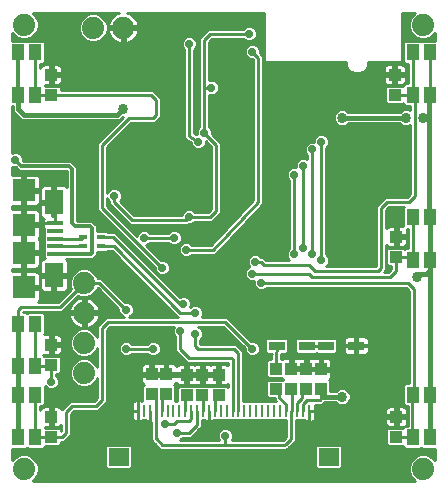
<source format=gbl>
G75*
%MOIN*%
%OFA0B0*%
%FSLAX25Y25*%
%IPPOS*%
%LPD*%
%AMOC8*
5,1,8,0,0,1.08239X$1,22.5*
%
%ADD10R,0.04331X0.03937*%
%ADD11R,0.03937X0.04331*%
%ADD12R,0.05315X0.03150*%
%ADD13R,0.00984X0.04331*%
%ADD14R,0.06693X0.05906*%
%ADD15R,0.04134X0.05512*%
%ADD16R,0.05315X0.01575*%
%ADD17R,0.06299X0.08268*%
%ADD18R,0.07480X0.07480*%
%ADD19R,0.02756X0.01772*%
%ADD20C,0.07400*%
%ADD21C,0.01000*%
%ADD22C,0.02900*%
%ADD23C,0.01600*%
%ADD24C,0.03400*%
%ADD25C,0.01200*%
D10*
X0023884Y0022968D03*
X0023884Y0029661D03*
X0023884Y0046968D03*
X0023884Y0053661D03*
X0068999Y0043626D03*
X0074317Y0043624D03*
X0079719Y0043637D03*
X0079719Y0036945D03*
X0074317Y0036931D03*
X0068999Y0036933D03*
X0098884Y0038968D03*
X0098884Y0045661D03*
X0138884Y0029661D03*
X0138884Y0022968D03*
X0138884Y0082968D03*
X0138884Y0089661D03*
X0138384Y0136968D03*
X0138384Y0143661D03*
X0023884Y0143661D03*
X0023884Y0136968D03*
D11*
X0103884Y0045661D03*
X0108884Y0045661D03*
X0113825Y0045526D03*
X0113825Y0038833D03*
X0108884Y0038968D03*
X0103884Y0038968D03*
X0062170Y0037133D03*
X0057355Y0037133D03*
X0057355Y0043826D03*
X0062170Y0043826D03*
D12*
X0099050Y0053370D03*
X0109050Y0053370D03*
X0115550Y0053359D03*
X0125550Y0053359D03*
D13*
X0109928Y0031669D03*
X0107959Y0031669D03*
X0105991Y0031669D03*
X0104022Y0031669D03*
X0102054Y0031669D03*
X0100085Y0031669D03*
X0098117Y0031669D03*
X0096148Y0031669D03*
X0094180Y0031669D03*
X0092211Y0031669D03*
X0090243Y0031669D03*
X0088274Y0031669D03*
X0086306Y0031669D03*
X0084337Y0031669D03*
X0082369Y0031669D03*
X0080400Y0031669D03*
X0078432Y0031669D03*
X0076463Y0031669D03*
X0074495Y0031669D03*
X0072526Y0031669D03*
X0070558Y0031669D03*
X0068589Y0031669D03*
X0066621Y0031669D03*
X0064652Y0031669D03*
X0062684Y0031669D03*
X0060715Y0031669D03*
X0058747Y0031669D03*
X0056778Y0031669D03*
X0054810Y0031669D03*
X0052841Y0031669D03*
D14*
X0046345Y0016315D03*
X0116424Y0016315D03*
D15*
X0144400Y0022850D03*
X0150109Y0022850D03*
X0150109Y0037023D03*
X0144400Y0037023D03*
X0144400Y0081905D03*
X0150109Y0081905D03*
X0150109Y0096078D03*
X0144400Y0096078D03*
X0144400Y0137023D03*
X0150109Y0137023D03*
X0150109Y0151196D03*
X0144400Y0151196D03*
X0018644Y0151196D03*
X0012936Y0151196D03*
X0012936Y0137023D03*
X0018644Y0137023D03*
X0018644Y0060645D03*
X0012936Y0060645D03*
X0012936Y0046472D03*
X0018644Y0046472D03*
X0018644Y0037023D03*
X0012936Y0037023D03*
X0012936Y0022850D03*
X0018644Y0022850D03*
D16*
X0025321Y0083874D03*
X0025321Y0086433D03*
X0025321Y0088992D03*
X0025321Y0091551D03*
X0025321Y0094110D03*
D17*
X0024829Y0101196D03*
X0024829Y0076787D03*
D18*
X0014790Y0072850D03*
X0014790Y0084267D03*
X0014790Y0093716D03*
X0014790Y0105133D03*
D19*
X0034392Y0089598D03*
X0034392Y0086448D03*
X0040495Y0086448D03*
X0040495Y0089598D03*
D20*
X0034884Y0074315D03*
X0034884Y0064315D03*
X0034884Y0054315D03*
X0034884Y0044315D03*
X0014884Y0012315D03*
X0147884Y0012315D03*
X0047884Y0159315D03*
X0037884Y0159315D03*
X0014884Y0160315D03*
X0147884Y0160315D03*
D21*
X0018954Y0009596D02*
X0017673Y0008315D01*
X0145096Y0008315D01*
X0143815Y0009596D01*
X0143084Y0011360D01*
X0143084Y0013269D01*
X0143815Y0015034D01*
X0145165Y0016384D01*
X0146930Y0017115D01*
X0148839Y0017115D01*
X0150603Y0016384D01*
X0151884Y0015103D01*
X0151884Y0018994D01*
X0147586Y0018994D01*
X0147254Y0019326D01*
X0146923Y0018994D01*
X0141878Y0018994D01*
X0141233Y0019638D01*
X0141233Y0019900D01*
X0136263Y0019900D01*
X0135619Y0020544D01*
X0135619Y0025392D01*
X0136263Y0026037D01*
X0141233Y0026037D01*
X0141233Y0026062D01*
X0141407Y0026235D01*
X0141247Y0026193D01*
X0139369Y0026193D01*
X0139369Y0029177D01*
X0139369Y0030145D01*
X0142550Y0030145D01*
X0142550Y0031827D01*
X0142447Y0032209D01*
X0142250Y0032551D01*
X0141971Y0032830D01*
X0141629Y0033027D01*
X0141247Y0033130D01*
X0139369Y0033130D01*
X0139369Y0030145D01*
X0138400Y0030145D01*
X0138400Y0029177D01*
X0135219Y0029177D01*
X0135219Y0027495D01*
X0135321Y0027114D01*
X0135519Y0026772D01*
X0135798Y0026492D01*
X0136140Y0026295D01*
X0136522Y0026193D01*
X0138400Y0026193D01*
X0138400Y0029177D01*
X0139369Y0029177D01*
X0142550Y0029177D01*
X0142550Y0027495D01*
X0142447Y0027114D01*
X0142250Y0026772D01*
X0142184Y0026706D01*
X0142682Y0026706D01*
X0142682Y0033167D01*
X0141878Y0033167D01*
X0141233Y0033812D01*
X0141233Y0040235D01*
X0141878Y0040879D01*
X0143284Y0040879D01*
X0143284Y0071652D01*
X0142222Y0072715D01*
X0095891Y0072715D01*
X0095329Y0072153D01*
X0094392Y0071765D01*
X0093377Y0071765D01*
X0092440Y0072153D01*
X0091723Y0072870D01*
X0091334Y0073807D01*
X0091334Y0074765D01*
X0090377Y0074765D01*
X0089440Y0075153D01*
X0088723Y0075870D01*
X0088334Y0076807D01*
X0088334Y0077822D01*
X0088723Y0078759D01*
X0089440Y0079476D01*
X0089918Y0079674D01*
X0089723Y0079870D01*
X0089334Y0080807D01*
X0089334Y0081822D01*
X0089723Y0082759D01*
X0090440Y0083476D01*
X0091377Y0083865D01*
X0092392Y0083865D01*
X0093329Y0083476D01*
X0093891Y0082915D01*
X0094547Y0082915D01*
X0095547Y0081915D01*
X0103178Y0081915D01*
X0102723Y0082370D01*
X0102334Y0083307D01*
X0102334Y0084322D01*
X0102723Y0085259D01*
X0103284Y0085821D01*
X0103284Y0108308D01*
X0102723Y0108870D01*
X0102334Y0109807D01*
X0102334Y0110822D01*
X0102723Y0111759D01*
X0103440Y0112476D01*
X0104377Y0112865D01*
X0105334Y0112865D01*
X0105334Y0113822D01*
X0105723Y0114759D01*
X0106440Y0115476D01*
X0107377Y0115865D01*
X0108392Y0115865D01*
X0109284Y0115495D01*
X0109284Y0116808D01*
X0108723Y0117370D01*
X0108334Y0118307D01*
X0108334Y0119322D01*
X0108723Y0120259D01*
X0109440Y0120976D01*
X0110377Y0121365D01*
X0111334Y0121365D01*
X0111334Y0121822D01*
X0111723Y0122759D01*
X0112440Y0123476D01*
X0113377Y0123865D01*
X0114392Y0123865D01*
X0115329Y0123476D01*
X0116046Y0122759D01*
X0116434Y0121822D01*
X0116434Y0120807D01*
X0116046Y0119870D01*
X0115484Y0119308D01*
X0115484Y0083821D01*
X0116046Y0083259D01*
X0116434Y0082322D01*
X0116434Y0081307D01*
X0116046Y0080370D01*
X0115591Y0079915D01*
X0132222Y0079915D01*
X0132284Y0079977D01*
X0132284Y0099977D01*
X0134284Y0101977D01*
X0135222Y0102915D01*
X0142422Y0102915D01*
X0143484Y0103977D01*
X0143484Y0126822D01*
X0142741Y0126515D01*
X0141627Y0126515D01*
X0140598Y0126941D01*
X0140125Y0127415D01*
X0122944Y0127415D01*
X0122470Y0126941D01*
X0121441Y0126515D01*
X0120327Y0126515D01*
X0119298Y0126941D01*
X0118511Y0127729D01*
X0118084Y0128758D01*
X0118084Y0129872D01*
X0118511Y0130901D01*
X0119298Y0131688D01*
X0120327Y0132115D01*
X0121441Y0132115D01*
X0122470Y0131688D01*
X0122944Y0131215D01*
X0140125Y0131215D01*
X0140598Y0131688D01*
X0141627Y0132115D01*
X0142741Y0132115D01*
X0143484Y0131807D01*
X0143484Y0133167D01*
X0141878Y0133167D01*
X0141233Y0133812D01*
X0141233Y0134127D01*
X0141005Y0133900D01*
X0135763Y0133900D01*
X0135119Y0134544D01*
X0135119Y0139392D01*
X0135763Y0140037D01*
X0141005Y0140037D01*
X0141233Y0139809D01*
X0141233Y0140235D01*
X0141878Y0140879D01*
X0142800Y0140879D01*
X0142800Y0147341D01*
X0141878Y0147341D01*
X0141233Y0147985D01*
X0141233Y0154408D01*
X0141878Y0155052D01*
X0146923Y0155052D01*
X0147254Y0154721D01*
X0147586Y0155052D01*
X0151884Y0155052D01*
X0151884Y0157526D01*
X0150603Y0156245D01*
X0148839Y0155515D01*
X0146930Y0155515D01*
X0145165Y0156245D01*
X0143815Y0157596D01*
X0143084Y0159360D01*
X0143084Y0161269D01*
X0143815Y0163034D01*
X0145096Y0164315D01*
X0140889Y0164315D01*
X0140784Y0147915D01*
X0129585Y0147915D01*
X0129585Y0147100D01*
X0129011Y0145714D01*
X0127950Y0144653D01*
X0126564Y0144078D01*
X0125063Y0144078D01*
X0123677Y0144653D01*
X0122616Y0145714D01*
X0122042Y0147100D01*
X0122042Y0147915D01*
X0094784Y0147915D01*
X0094873Y0164315D01*
X0049323Y0164315D01*
X0049880Y0164134D01*
X0050610Y0163762D01*
X0051272Y0163281D01*
X0051851Y0162702D01*
X0052332Y0162040D01*
X0052703Y0161311D01*
X0052956Y0160532D01*
X0053070Y0159815D01*
X0048384Y0159815D01*
X0048384Y0158815D01*
X0053070Y0158815D01*
X0052956Y0158097D01*
X0052703Y0157318D01*
X0052332Y0156589D01*
X0051851Y0155927D01*
X0051272Y0155348D01*
X0050610Y0154867D01*
X0049880Y0154496D01*
X0049102Y0154243D01*
X0048384Y0154129D01*
X0048384Y0158815D01*
X0047384Y0158815D01*
X0042699Y0158815D01*
X0042812Y0158097D01*
X0043065Y0157318D01*
X0043437Y0156589D01*
X0043918Y0155927D01*
X0044497Y0155348D01*
X0045159Y0154867D01*
X0045888Y0154496D01*
X0046667Y0154243D01*
X0047384Y0154129D01*
X0047384Y0158815D01*
X0047384Y0159815D01*
X0042699Y0159815D01*
X0042812Y0160532D01*
X0043065Y0161311D01*
X0043437Y0162040D01*
X0043918Y0162702D01*
X0044497Y0163281D01*
X0045159Y0163762D01*
X0045888Y0164134D01*
X0046445Y0164315D01*
X0017673Y0164315D01*
X0018954Y0163034D01*
X0019684Y0161269D01*
X0019684Y0159360D01*
X0018954Y0157596D01*
X0017603Y0156245D01*
X0015839Y0155515D01*
X0013930Y0155515D01*
X0012165Y0156245D01*
X0010884Y0157526D01*
X0010884Y0155052D01*
X0015458Y0155052D01*
X0015790Y0154721D01*
X0016122Y0155052D01*
X0021167Y0155052D01*
X0021811Y0154408D01*
X0021811Y0147985D01*
X0021167Y0147341D01*
X0020244Y0147341D01*
X0020244Y0145921D01*
X0020321Y0146209D01*
X0020519Y0146551D01*
X0020798Y0146830D01*
X0021140Y0147027D01*
X0021522Y0147130D01*
X0023400Y0147130D01*
X0023400Y0144145D01*
X0024369Y0144145D01*
X0027550Y0144145D01*
X0027550Y0145827D01*
X0027447Y0146209D01*
X0027250Y0146551D01*
X0026971Y0146830D01*
X0026629Y0147027D01*
X0026247Y0147130D01*
X0024369Y0147130D01*
X0024369Y0144145D01*
X0024369Y0143177D01*
X0027550Y0143177D01*
X0027550Y0141495D01*
X0027447Y0141114D01*
X0068284Y0141114D01*
X0068284Y0142112D02*
X0027550Y0142112D01*
X0027550Y0143111D02*
X0068284Y0143111D01*
X0068284Y0144109D02*
X0024369Y0144109D01*
X0024369Y0143177D02*
X0024369Y0140193D01*
X0026247Y0140193D01*
X0026629Y0140295D01*
X0026971Y0140492D01*
X0027250Y0140772D01*
X0027447Y0141114D01*
X0026505Y0140037D02*
X0021811Y0140037D01*
X0021811Y0140193D01*
X0023400Y0140193D01*
X0023400Y0143177D01*
X0024369Y0143177D01*
X0024369Y0143111D02*
X0023400Y0143111D01*
X0023400Y0142112D02*
X0024369Y0142112D01*
X0024369Y0141114D02*
X0023400Y0141114D01*
X0021811Y0140115D02*
X0068284Y0140115D01*
X0068284Y0139117D02*
X0027150Y0139117D01*
X0027150Y0139392D02*
X0026505Y0140037D01*
X0027150Y0139392D02*
X0027150Y0138568D01*
X0057894Y0138568D01*
X0059547Y0136915D01*
X0060484Y0135977D01*
X0060484Y0129652D01*
X0058547Y0127715D01*
X0050547Y0127715D01*
X0042484Y0119652D01*
X0042484Y0104184D01*
X0042723Y0104759D01*
X0043440Y0105476D01*
X0044377Y0105865D01*
X0045392Y0105865D01*
X0046329Y0105476D01*
X0047046Y0104759D01*
X0047434Y0103822D01*
X0047434Y0102807D01*
X0047046Y0101870D01*
X0046819Y0101643D01*
X0051547Y0096915D01*
X0067373Y0096915D01*
X0067723Y0097759D01*
X0068440Y0098476D01*
X0069377Y0098865D01*
X0070392Y0098865D01*
X0071329Y0098476D01*
X0071891Y0097915D01*
X0076222Y0097915D01*
X0077284Y0098977D01*
X0077284Y0119652D01*
X0075434Y0121502D01*
X0075434Y0120807D01*
X0075046Y0119870D01*
X0074329Y0119153D01*
X0073392Y0118765D01*
X0072377Y0118765D01*
X0071440Y0119153D01*
X0070723Y0119870D01*
X0070334Y0120807D01*
X0070334Y0121092D01*
X0069400Y0121715D01*
X0069222Y0121715D01*
X0068865Y0122071D01*
X0068445Y0122351D01*
X0068410Y0122526D01*
X0068284Y0122652D01*
X0068284Y0123156D01*
X0068185Y0123651D01*
X0068284Y0123799D01*
X0068284Y0151908D01*
X0067723Y0152470D01*
X0067334Y0153407D01*
X0067334Y0154422D01*
X0067723Y0155359D01*
X0068440Y0156076D01*
X0069377Y0156465D01*
X0070392Y0156465D01*
X0071329Y0156076D01*
X0072046Y0155359D01*
X0072434Y0154422D01*
X0072434Y0153407D01*
X0072046Y0152470D01*
X0071484Y0151908D01*
X0071484Y0124171D01*
X0072110Y0123754D01*
X0072334Y0123847D01*
X0072334Y0124822D01*
X0072723Y0125759D01*
X0073284Y0126321D01*
X0073284Y0155977D01*
X0074222Y0156915D01*
X0076222Y0158915D01*
X0087878Y0158915D01*
X0088440Y0159476D01*
X0089377Y0159865D01*
X0090392Y0159865D01*
X0091329Y0159476D01*
X0092046Y0158759D01*
X0092434Y0157822D01*
X0092434Y0156807D01*
X0092046Y0155870D01*
X0091329Y0155153D01*
X0090392Y0154765D01*
X0089377Y0154765D01*
X0088440Y0155153D01*
X0087878Y0155715D01*
X0077547Y0155715D01*
X0076484Y0154652D01*
X0076484Y0141743D01*
X0076777Y0141865D01*
X0077792Y0141865D01*
X0078729Y0141476D01*
X0079446Y0140759D01*
X0079834Y0139822D01*
X0079834Y0138807D01*
X0079446Y0137870D01*
X0078729Y0137153D01*
X0077792Y0136765D01*
X0076777Y0136765D01*
X0076484Y0136886D01*
X0076484Y0126321D01*
X0077046Y0125759D01*
X0077434Y0124822D01*
X0077434Y0124027D01*
X0080484Y0120977D01*
X0080484Y0097652D01*
X0079547Y0096715D01*
X0077547Y0094715D01*
X0071891Y0094715D01*
X0071329Y0094153D01*
X0070392Y0093765D01*
X0069597Y0093765D01*
X0069547Y0093715D01*
X0050222Y0093715D01*
X0049284Y0094652D01*
X0043284Y0100652D01*
X0043284Y0101308D01*
X0042723Y0101870D01*
X0042484Y0102445D01*
X0042484Y0099977D01*
X0052424Y0090038D01*
X0052723Y0090759D01*
X0053440Y0091476D01*
X0054377Y0091865D01*
X0055392Y0091865D01*
X0056329Y0091476D01*
X0056891Y0090915D01*
X0062878Y0090915D01*
X0063440Y0091476D01*
X0064377Y0091865D01*
X0065392Y0091865D01*
X0066329Y0091476D01*
X0067046Y0090759D01*
X0067434Y0089822D01*
X0067434Y0088807D01*
X0067046Y0087870D01*
X0066329Y0087153D01*
X0065392Y0086765D01*
X0064377Y0086765D01*
X0063440Y0087153D01*
X0062878Y0087715D01*
X0056891Y0087715D01*
X0056329Y0087153D01*
X0055608Y0086854D01*
X0059547Y0082915D01*
X0059547Y0082915D01*
X0060597Y0081865D01*
X0061392Y0081865D01*
X0062329Y0081476D01*
X0063046Y0080759D01*
X0063434Y0079822D01*
X0063434Y0078807D01*
X0063046Y0077870D01*
X0062329Y0077153D01*
X0061392Y0076765D01*
X0060377Y0076765D01*
X0059440Y0077153D01*
X0058723Y0077870D01*
X0058334Y0078807D01*
X0058334Y0079602D01*
X0057284Y0080652D01*
X0057284Y0080652D01*
X0039284Y0098652D01*
X0039284Y0120977D01*
X0040222Y0121915D01*
X0040222Y0121915D01*
X0047822Y0129515D01*
X0047771Y0129515D01*
X0046671Y0128415D01*
X0014097Y0128415D01*
X0012984Y0129528D01*
X0011036Y0131476D01*
X0011036Y0133167D01*
X0010884Y0133167D01*
X0010884Y0117660D01*
X0011377Y0117865D01*
X0012392Y0117865D01*
X0013329Y0117476D01*
X0014046Y0116759D01*
X0014434Y0115822D01*
X0014434Y0115169D01*
X0014589Y0115015D01*
X0030589Y0115015D01*
X0031584Y0114019D01*
X0032584Y0113019D01*
X0032584Y0095019D01*
X0032589Y0095015D01*
X0037589Y0095015D01*
X0038584Y0094019D01*
X0039184Y0093419D01*
X0039184Y0091584D01*
X0042328Y0091584D01*
X0042714Y0091198D01*
X0045264Y0091198D01*
X0066826Y0069636D01*
X0067377Y0069865D01*
X0068392Y0069865D01*
X0069329Y0069476D01*
X0070046Y0068759D01*
X0070434Y0067822D01*
X0070434Y0066807D01*
X0070196Y0066233D01*
X0070440Y0066476D01*
X0071377Y0066865D01*
X0072392Y0066865D01*
X0073329Y0066476D01*
X0074046Y0065759D01*
X0074434Y0064822D01*
X0074434Y0063807D01*
X0074065Y0062915D01*
X0082547Y0062915D01*
X0090597Y0054865D01*
X0091392Y0054865D01*
X0092329Y0054476D01*
X0093046Y0053759D01*
X0093434Y0052822D01*
X0093434Y0051807D01*
X0093046Y0050870D01*
X0092329Y0050153D01*
X0091392Y0049765D01*
X0090377Y0049765D01*
X0089440Y0050153D01*
X0088723Y0050870D01*
X0088334Y0051807D01*
X0088334Y0052602D01*
X0081222Y0059715D01*
X0072754Y0059715D01*
X0073329Y0059476D01*
X0074046Y0058759D01*
X0074434Y0057822D01*
X0074434Y0056807D01*
X0074046Y0055870D01*
X0073484Y0055308D01*
X0073484Y0053977D01*
X0073547Y0053915D01*
X0085547Y0053915D01*
X0086484Y0052977D01*
X0087906Y0051556D01*
X0087906Y0034934D01*
X0089222Y0034934D01*
X0089258Y0034898D01*
X0089295Y0034934D01*
X0091190Y0034934D01*
X0091227Y0034898D01*
X0091263Y0034934D01*
X0093159Y0034934D01*
X0093195Y0034898D01*
X0093232Y0034934D01*
X0095127Y0034934D01*
X0095164Y0034898D01*
X0095200Y0034934D01*
X0097096Y0034934D01*
X0097132Y0034898D01*
X0097169Y0034934D01*
X0098802Y0034934D01*
X0098384Y0035352D01*
X0098384Y0035900D01*
X0096263Y0035900D01*
X0095619Y0036544D01*
X0095619Y0041392D01*
X0096263Y0042037D01*
X0101263Y0042037D01*
X0101329Y0042102D01*
X0100995Y0042295D01*
X0100716Y0042575D01*
X0100705Y0042593D01*
X0096263Y0042593D01*
X0095619Y0043237D01*
X0095619Y0048085D01*
X0096263Y0048730D01*
X0097284Y0048730D01*
X0097284Y0048912D01*
X0097257Y0048942D01*
X0097284Y0049570D01*
X0097284Y0050198D01*
X0097313Y0050226D01*
X0097333Y0050695D01*
X0095937Y0050695D01*
X0095292Y0051339D01*
X0095292Y0055400D01*
X0095937Y0056045D01*
X0102163Y0056045D01*
X0102807Y0055400D01*
X0102807Y0051339D01*
X0102163Y0050695D01*
X0100536Y0050695D01*
X0100484Y0049500D01*
X0100484Y0048730D01*
X0100705Y0048730D01*
X0100716Y0048747D01*
X0100995Y0049027D01*
X0101337Y0049224D01*
X0101718Y0049326D01*
X0103400Y0049326D01*
X0103400Y0046145D01*
X0104369Y0046145D01*
X0108400Y0046145D01*
X0108400Y0045177D01*
X0107353Y0045177D01*
X0104369Y0045177D01*
X0104369Y0046145D01*
X0104369Y0049326D01*
X0106050Y0049326D01*
X0106384Y0049237D01*
X0106718Y0049326D01*
X0108400Y0049326D01*
X0108400Y0046145D01*
X0109369Y0046145D01*
X0110357Y0046145D01*
X0110357Y0046011D01*
X0113341Y0046011D01*
X0113341Y0049192D01*
X0111659Y0049192D01*
X0111542Y0049160D01*
X0111432Y0049224D01*
X0111050Y0049326D01*
X0109369Y0049326D01*
X0109369Y0046145D01*
X0109369Y0045177D01*
X0112353Y0045177D01*
X0112353Y0045042D01*
X0113341Y0045042D01*
X0113341Y0046011D01*
X0114310Y0046011D01*
X0117294Y0046011D01*
X0117294Y0047889D01*
X0117192Y0048271D01*
X0116994Y0048613D01*
X0116715Y0048892D01*
X0116373Y0049090D01*
X0115991Y0049192D01*
X0114310Y0049192D01*
X0114310Y0046011D01*
X0114310Y0045042D01*
X0117294Y0045042D01*
X0117294Y0043164D01*
X0117192Y0042782D01*
X0116994Y0042440D01*
X0116715Y0042161D01*
X0116381Y0041968D01*
X0116894Y0041454D01*
X0116894Y0038215D01*
X0118825Y0038215D01*
X0119298Y0038688D01*
X0120327Y0039115D01*
X0121441Y0039115D01*
X0122470Y0038688D01*
X0123258Y0037901D01*
X0123684Y0036872D01*
X0123684Y0035758D01*
X0123258Y0034729D01*
X0122470Y0033941D01*
X0121441Y0033515D01*
X0120327Y0033515D01*
X0119298Y0033941D01*
X0118825Y0034415D01*
X0115047Y0034415D01*
X0114447Y0033815D01*
X0114147Y0033515D01*
X0111920Y0033515D01*
X0111920Y0031669D01*
X0109928Y0031669D01*
X0109928Y0031669D01*
X0111920Y0031669D01*
X0111920Y0029306D01*
X0111818Y0028925D01*
X0111620Y0028583D01*
X0111341Y0028303D01*
X0110999Y0028106D01*
X0110617Y0028004D01*
X0109928Y0028004D01*
X0109928Y0031669D01*
X0109928Y0031669D01*
X0109928Y0028004D01*
X0109238Y0028004D01*
X0108857Y0028106D01*
X0108515Y0028303D01*
X0108414Y0028404D01*
X0107011Y0028404D01*
X0106975Y0028440D01*
X0106938Y0028404D01*
X0105484Y0028404D01*
X0105484Y0021652D01*
X0104547Y0020715D01*
X0103777Y0019945D01*
X0103777Y0019945D01*
X0103309Y0019476D01*
X0102994Y0019161D01*
X0102840Y0019007D01*
X0102694Y0019007D01*
X0102236Y0018818D01*
X0102133Y0018715D01*
X0060222Y0018715D01*
X0059284Y0019652D01*
X0058377Y0020559D01*
X0058377Y0020559D01*
X0057908Y0021028D01*
X0057908Y0021028D01*
X0057580Y0021356D01*
X0057439Y0021497D01*
X0057439Y0021642D01*
X0057250Y0022101D01*
X0057147Y0022204D01*
X0057147Y0028004D01*
X0056778Y0028004D01*
X0056778Y0031669D01*
X0056778Y0031669D01*
X0056778Y0028004D01*
X0056088Y0028004D01*
X0055707Y0028106D01*
X0055365Y0028303D01*
X0055265Y0028404D01*
X0054354Y0028404D01*
X0054254Y0028303D01*
X0053912Y0028106D01*
X0053531Y0028004D01*
X0052841Y0028004D01*
X0052841Y0031669D01*
X0052841Y0035334D01*
X0052151Y0035334D01*
X0051770Y0035232D01*
X0051428Y0035035D01*
X0051149Y0034755D01*
X0050951Y0034413D01*
X0050849Y0034032D01*
X0050849Y0031669D01*
X0052841Y0031669D01*
X0052841Y0031669D01*
X0052841Y0031669D01*
X0052841Y0035334D01*
X0053531Y0035334D01*
X0053912Y0035232D01*
X0054254Y0035035D01*
X0054287Y0035002D01*
X0054287Y0039754D01*
X0054800Y0040268D01*
X0054466Y0040461D01*
X0054186Y0040740D01*
X0053989Y0041082D01*
X0053887Y0041464D01*
X0053887Y0043342D01*
X0056871Y0043342D01*
X0056871Y0044311D01*
X0056871Y0047492D01*
X0055189Y0047492D01*
X0054808Y0047390D01*
X0054466Y0047192D01*
X0054186Y0046913D01*
X0053989Y0046571D01*
X0053887Y0046189D01*
X0053887Y0044311D01*
X0056871Y0044311D01*
X0057839Y0044311D01*
X0057839Y0047492D01*
X0059521Y0047492D01*
X0059763Y0047427D01*
X0060004Y0047492D01*
X0061686Y0047492D01*
X0061686Y0044311D01*
X0062654Y0044311D01*
X0062654Y0047492D01*
X0064336Y0047492D01*
X0064718Y0047390D01*
X0065060Y0047192D01*
X0065339Y0046913D01*
X0065536Y0046571D01*
X0065577Y0046418D01*
X0065634Y0046516D01*
X0065913Y0046795D01*
X0066255Y0046993D01*
X0066636Y0047095D01*
X0068515Y0047095D01*
X0068515Y0044111D01*
X0069484Y0044111D01*
X0070652Y0044111D01*
X0070652Y0044108D01*
X0073833Y0044108D01*
X0073833Y0043140D01*
X0072665Y0043140D01*
X0072665Y0043142D01*
X0069484Y0043142D01*
X0069484Y0044111D01*
X0069484Y0047095D01*
X0071362Y0047095D01*
X0071663Y0047014D01*
X0071955Y0047093D01*
X0073833Y0047093D01*
X0073833Y0044108D01*
X0074802Y0044108D01*
X0077983Y0044108D01*
X0077983Y0044122D01*
X0079235Y0044122D01*
X0079235Y0047106D01*
X0077356Y0047106D01*
X0076993Y0047009D01*
X0076680Y0047093D01*
X0074802Y0047093D01*
X0074802Y0044108D01*
X0074802Y0043140D01*
X0076054Y0043140D01*
X0076054Y0043153D01*
X0079235Y0043153D01*
X0080203Y0043153D01*
X0080203Y0040169D01*
X0082082Y0040169D01*
X0082463Y0040271D01*
X0082737Y0040429D01*
X0082737Y0039616D01*
X0082340Y0040013D01*
X0077098Y0040013D01*
X0077012Y0039927D01*
X0076938Y0040000D01*
X0071696Y0040000D01*
X0071660Y0039963D01*
X0071620Y0040002D01*
X0066378Y0040002D01*
X0065734Y0039358D01*
X0065734Y0034934D01*
X0065673Y0034934D01*
X0065636Y0034898D01*
X0065600Y0034934D01*
X0065239Y0034934D01*
X0065239Y0039754D01*
X0064725Y0040268D01*
X0065060Y0040461D01*
X0065339Y0040740D01*
X0065485Y0040994D01*
X0065634Y0040737D01*
X0065913Y0040458D01*
X0066255Y0040260D01*
X0066636Y0040158D01*
X0068515Y0040158D01*
X0068515Y0043142D01*
X0069484Y0043142D01*
X0069484Y0040158D01*
X0071362Y0040158D01*
X0071654Y0040236D01*
X0071955Y0040156D01*
X0073833Y0040156D01*
X0073833Y0043140D01*
X0074802Y0043140D01*
X0074802Y0040156D01*
X0076680Y0040156D01*
X0077043Y0040253D01*
X0077356Y0040169D01*
X0079235Y0040169D01*
X0079235Y0043153D01*
X0079235Y0044122D01*
X0080203Y0044122D01*
X0080203Y0047106D01*
X0082082Y0047106D01*
X0082463Y0047004D01*
X0082737Y0046846D01*
X0082737Y0047715D01*
X0069222Y0047715D01*
X0066222Y0050715D01*
X0065284Y0051652D01*
X0065284Y0056308D01*
X0064723Y0056870D01*
X0064334Y0057807D01*
X0064334Y0058822D01*
X0064704Y0059715D01*
X0043547Y0059715D01*
X0042484Y0058652D01*
X0042484Y0034652D01*
X0041547Y0033715D01*
X0039547Y0031715D01*
X0031547Y0031715D01*
X0030484Y0030652D01*
X0030484Y0023652D01*
X0029547Y0022715D01*
X0028201Y0021368D01*
X0027150Y0021368D01*
X0027150Y0020544D01*
X0026505Y0019900D01*
X0021811Y0019900D01*
X0021811Y0019638D01*
X0021167Y0018994D01*
X0016122Y0018994D01*
X0015790Y0019326D01*
X0015458Y0018994D01*
X0010884Y0018994D01*
X0010884Y0015103D01*
X0012165Y0016384D01*
X0013930Y0017115D01*
X0015839Y0017115D01*
X0017603Y0016384D01*
X0018954Y0015034D01*
X0019684Y0013269D01*
X0019684Y0011360D01*
X0018954Y0009596D01*
X0018668Y0009310D02*
X0144101Y0009310D01*
X0143520Y0010309D02*
X0019249Y0010309D01*
X0019663Y0011307D02*
X0143106Y0011307D01*
X0143084Y0012306D02*
X0120270Y0012306D01*
X0120226Y0012262D02*
X0120870Y0012906D01*
X0120870Y0019723D01*
X0120226Y0020367D01*
X0112622Y0020367D01*
X0111977Y0019723D01*
X0111977Y0012906D01*
X0112622Y0012262D01*
X0120226Y0012262D01*
X0120870Y0013304D02*
X0143099Y0013304D01*
X0143512Y0014303D02*
X0120870Y0014303D01*
X0120870Y0015301D02*
X0144083Y0015301D01*
X0145081Y0016300D02*
X0120870Y0016300D01*
X0120870Y0017298D02*
X0151884Y0017298D01*
X0151884Y0016300D02*
X0150687Y0016300D01*
X0151686Y0015301D02*
X0151884Y0015301D01*
X0151884Y0018297D02*
X0120870Y0018297D01*
X0120870Y0019295D02*
X0141576Y0019295D01*
X0144400Y0022850D02*
X0144282Y0022968D01*
X0144282Y0036905D01*
X0144400Y0037023D01*
X0144884Y0037508D01*
X0144884Y0072315D01*
X0142884Y0074315D01*
X0093884Y0074315D01*
X0091334Y0074213D02*
X0062248Y0074213D01*
X0063247Y0073215D02*
X0091580Y0073215D01*
X0092376Y0072216D02*
X0064245Y0072216D01*
X0065244Y0071218D02*
X0143284Y0071218D01*
X0143284Y0070219D02*
X0066242Y0070219D01*
X0069584Y0069221D02*
X0143284Y0069221D01*
X0143284Y0068222D02*
X0070268Y0068222D01*
X0070434Y0067224D02*
X0143284Y0067224D01*
X0143284Y0066225D02*
X0073580Y0066225D01*
X0074267Y0065227D02*
X0143284Y0065227D01*
X0143284Y0064228D02*
X0074434Y0064228D01*
X0074195Y0063230D02*
X0143284Y0063230D01*
X0143284Y0062231D02*
X0083230Y0062231D01*
X0084229Y0061233D02*
X0143284Y0061233D01*
X0143284Y0060234D02*
X0085227Y0060234D01*
X0086226Y0059236D02*
X0143284Y0059236D01*
X0143284Y0058237D02*
X0087224Y0058237D01*
X0088223Y0057239D02*
X0143284Y0057239D01*
X0143284Y0056240D02*
X0128944Y0056240D01*
X0128786Y0056331D02*
X0128405Y0056433D01*
X0125837Y0056433D01*
X0125837Y0053646D01*
X0125262Y0053646D01*
X0125262Y0053071D01*
X0121392Y0053071D01*
X0121392Y0051586D01*
X0121494Y0051205D01*
X0121692Y0050863D01*
X0121971Y0050584D01*
X0122313Y0050386D01*
X0122695Y0050284D01*
X0125262Y0050284D01*
X0125262Y0053071D01*
X0125837Y0053071D01*
X0125837Y0050284D01*
X0128405Y0050284D01*
X0128786Y0050386D01*
X0129128Y0050584D01*
X0129407Y0050863D01*
X0129605Y0051205D01*
X0129707Y0051586D01*
X0129707Y0053071D01*
X0125837Y0053071D01*
X0125837Y0053646D01*
X0129707Y0053646D01*
X0129707Y0055131D01*
X0129605Y0055512D01*
X0129407Y0055855D01*
X0129128Y0056134D01*
X0128786Y0056331D01*
X0129678Y0055242D02*
X0143284Y0055242D01*
X0143284Y0054243D02*
X0129707Y0054243D01*
X0129707Y0052246D02*
X0143284Y0052246D01*
X0143284Y0051248D02*
X0129616Y0051248D01*
X0125837Y0051248D02*
X0125262Y0051248D01*
X0125262Y0052246D02*
X0125837Y0052246D01*
X0125837Y0053245D02*
X0143284Y0053245D01*
X0143284Y0050249D02*
X0100517Y0050249D01*
X0100484Y0049251D02*
X0101435Y0049251D01*
X0103400Y0049251D02*
X0104369Y0049251D01*
X0104369Y0048252D02*
X0103400Y0048252D01*
X0103400Y0047254D02*
X0104369Y0047254D01*
X0104369Y0046255D02*
X0103400Y0046255D01*
X0104369Y0045257D02*
X0108400Y0045257D01*
X0109369Y0045257D02*
X0113341Y0045257D01*
X0114310Y0045257D02*
X0143284Y0045257D01*
X0143284Y0046255D02*
X0117294Y0046255D01*
X0117294Y0047254D02*
X0143284Y0047254D01*
X0143284Y0048252D02*
X0117197Y0048252D01*
X0118663Y0050684D02*
X0112437Y0050684D01*
X0112294Y0050826D01*
X0112163Y0050695D01*
X0105937Y0050695D01*
X0105292Y0051339D01*
X0105292Y0055400D01*
X0105937Y0056045D01*
X0112163Y0056045D01*
X0112305Y0055902D01*
X0112437Y0056033D01*
X0118663Y0056033D01*
X0119307Y0055389D01*
X0119307Y0051328D01*
X0118663Y0050684D01*
X0119227Y0051248D02*
X0121483Y0051248D01*
X0121392Y0052246D02*
X0119307Y0052246D01*
X0119307Y0053245D02*
X0125262Y0053245D01*
X0125262Y0053646D02*
X0121392Y0053646D01*
X0121392Y0055131D01*
X0121494Y0055512D01*
X0121692Y0055855D01*
X0121971Y0056134D01*
X0122313Y0056331D01*
X0122695Y0056433D01*
X0125262Y0056433D01*
X0125262Y0053646D01*
X0125262Y0054243D02*
X0125837Y0054243D01*
X0125837Y0055242D02*
X0125262Y0055242D01*
X0125262Y0056240D02*
X0125837Y0056240D01*
X0122155Y0056240D02*
X0089222Y0056240D01*
X0090220Y0055242D02*
X0095292Y0055242D01*
X0095292Y0054243D02*
X0092562Y0054243D01*
X0093259Y0053245D02*
X0095292Y0053245D01*
X0095292Y0052246D02*
X0093434Y0052246D01*
X0093202Y0051248D02*
X0095384Y0051248D01*
X0097314Y0050249D02*
X0092425Y0050249D01*
X0090884Y0052315D02*
X0081884Y0061315D01*
X0042884Y0061315D01*
X0040884Y0059315D01*
X0040884Y0035315D01*
X0038884Y0033315D01*
X0030884Y0033315D01*
X0028884Y0031315D01*
X0028884Y0024315D01*
X0027538Y0022968D01*
X0023884Y0022968D01*
X0023766Y0022850D01*
X0018644Y0022850D01*
X0018644Y0037023D01*
X0021811Y0037268D02*
X0039284Y0037268D01*
X0039284Y0036270D02*
X0021811Y0036270D01*
X0021811Y0035271D02*
X0038578Y0035271D01*
X0038222Y0034915D02*
X0039284Y0035977D01*
X0039284Y0042394D01*
X0038954Y0041596D01*
X0037603Y0040245D01*
X0035839Y0039515D01*
X0033930Y0039515D01*
X0032165Y0040245D01*
X0030815Y0041596D01*
X0030084Y0043360D01*
X0030084Y0045269D01*
X0030815Y0047034D01*
X0032165Y0048384D01*
X0033930Y0049115D01*
X0035839Y0049115D01*
X0037603Y0048384D01*
X0038954Y0047034D01*
X0039284Y0046235D01*
X0039284Y0052394D01*
X0038954Y0051596D01*
X0037603Y0050245D01*
X0035839Y0049515D01*
X0033930Y0049515D01*
X0032165Y0050245D01*
X0030815Y0051596D01*
X0030084Y0053360D01*
X0030084Y0055269D01*
X0030815Y0057034D01*
X0032165Y0058384D01*
X0033930Y0059115D01*
X0035839Y0059115D01*
X0037603Y0058384D01*
X0038954Y0057034D01*
X0039284Y0056235D01*
X0039284Y0059977D01*
X0041284Y0061977D01*
X0042222Y0062915D01*
X0048015Y0062915D01*
X0047440Y0063153D01*
X0046723Y0063870D01*
X0046480Y0064457D01*
X0046284Y0064652D01*
X0046284Y0065652D01*
X0039360Y0072576D01*
X0038954Y0071596D01*
X0037603Y0070245D01*
X0035839Y0069515D01*
X0033930Y0069515D01*
X0032811Y0069978D01*
X0028484Y0065652D01*
X0028484Y0065652D01*
X0027547Y0064715D01*
X0014547Y0064715D01*
X0014484Y0064652D01*
X0014484Y0064501D01*
X0015458Y0064501D01*
X0015790Y0064169D01*
X0016122Y0064501D01*
X0021167Y0064501D01*
X0021811Y0063857D01*
X0021811Y0057434D01*
X0021502Y0057124D01*
X0021522Y0057130D01*
X0023400Y0057130D01*
X0023400Y0054145D01*
X0024369Y0054145D01*
X0027550Y0054145D01*
X0027550Y0055827D01*
X0027447Y0056209D01*
X0027250Y0056551D01*
X0026971Y0056830D01*
X0026629Y0057027D01*
X0026247Y0057130D01*
X0024369Y0057130D01*
X0024369Y0054145D01*
X0024369Y0053177D01*
X0027550Y0053177D01*
X0027550Y0051495D01*
X0027447Y0051114D01*
X0027250Y0050772D01*
X0026971Y0050492D01*
X0026629Y0050295D01*
X0026247Y0050193D01*
X0024369Y0050193D01*
X0024369Y0053177D01*
X0023400Y0053177D01*
X0023400Y0050193D01*
X0021522Y0050193D01*
X0021222Y0050273D01*
X0021458Y0050037D01*
X0026505Y0050037D01*
X0027150Y0049392D01*
X0027150Y0044544D01*
X0026505Y0043900D01*
X0025484Y0043900D01*
X0025484Y0043321D01*
X0026046Y0042759D01*
X0026434Y0041822D01*
X0026434Y0040807D01*
X0026046Y0039870D01*
X0025329Y0039153D01*
X0024392Y0038765D01*
X0023377Y0038765D01*
X0022440Y0039153D01*
X0021811Y0039782D01*
X0021811Y0033812D01*
X0021167Y0033167D01*
X0020244Y0033167D01*
X0020244Y0031921D01*
X0020321Y0032209D01*
X0020519Y0032551D01*
X0020798Y0032830D01*
X0021140Y0033027D01*
X0021522Y0033130D01*
X0023400Y0033130D01*
X0023400Y0030145D01*
X0024369Y0030145D01*
X0024369Y0033130D01*
X0026247Y0033130D01*
X0026629Y0033027D01*
X0026971Y0032830D01*
X0027250Y0032551D01*
X0027447Y0032209D01*
X0027462Y0032155D01*
X0029284Y0033977D01*
X0030222Y0034915D01*
X0038222Y0034915D01*
X0040108Y0032276D02*
X0050849Y0032276D01*
X0050849Y0031669D02*
X0050849Y0029306D01*
X0050951Y0028925D01*
X0051149Y0028583D01*
X0051428Y0028303D01*
X0051770Y0028106D01*
X0052151Y0028004D01*
X0052841Y0028004D01*
X0052841Y0031669D01*
X0050849Y0031669D01*
X0050849Y0031277D02*
X0031110Y0031277D01*
X0030484Y0030279D02*
X0050849Y0030279D01*
X0050856Y0029280D02*
X0030484Y0029280D01*
X0030484Y0028282D02*
X0051465Y0028282D01*
X0052841Y0028282D02*
X0052841Y0028282D01*
X0052841Y0029280D02*
X0052841Y0029280D01*
X0052841Y0030279D02*
X0052841Y0030279D01*
X0052841Y0031277D02*
X0052841Y0031277D01*
X0052841Y0031669D02*
X0052841Y0031669D01*
X0052841Y0032276D02*
X0052841Y0032276D01*
X0052841Y0033274D02*
X0052841Y0033274D01*
X0052841Y0034273D02*
X0052841Y0034273D01*
X0052841Y0035271D02*
X0052841Y0035271D01*
X0051917Y0035271D02*
X0042484Y0035271D01*
X0042484Y0036270D02*
X0054287Y0036270D01*
X0054287Y0037268D02*
X0042484Y0037268D01*
X0042484Y0038267D02*
X0054287Y0038267D01*
X0054287Y0039265D02*
X0042484Y0039265D01*
X0042484Y0040264D02*
X0054796Y0040264D01*
X0053941Y0041262D02*
X0042484Y0041262D01*
X0042484Y0042261D02*
X0053887Y0042261D01*
X0053887Y0043260D02*
X0042484Y0043260D01*
X0042484Y0044258D02*
X0056871Y0044258D01*
X0057840Y0044258D02*
X0061686Y0044258D01*
X0061686Y0044311D02*
X0061686Y0043342D01*
X0057840Y0043342D01*
X0057840Y0044311D01*
X0060824Y0044311D01*
X0061686Y0044311D01*
X0061686Y0045257D02*
X0062654Y0045257D01*
X0062655Y0044311D02*
X0065334Y0044311D01*
X0065334Y0044111D01*
X0068515Y0044111D01*
X0068515Y0043142D01*
X0065639Y0043142D01*
X0065639Y0043342D01*
X0062655Y0043342D01*
X0062655Y0044311D01*
X0062655Y0044258D02*
X0065334Y0044258D01*
X0065639Y0043260D02*
X0068515Y0043260D01*
X0069484Y0043260D02*
X0073833Y0043260D01*
X0074802Y0043260D02*
X0079235Y0043260D01*
X0079235Y0044258D02*
X0080203Y0044258D01*
X0080203Y0045257D02*
X0079235Y0045257D01*
X0079235Y0046255D02*
X0080203Y0046255D01*
X0082737Y0047254D02*
X0064953Y0047254D01*
X0062654Y0047254D02*
X0061686Y0047254D01*
X0061686Y0046255D02*
X0062654Y0046255D01*
X0057839Y0046255D02*
X0056871Y0046255D01*
X0056871Y0045257D02*
X0057839Y0045257D01*
X0057839Y0047254D02*
X0056871Y0047254D01*
X0054572Y0047254D02*
X0042484Y0047254D01*
X0042484Y0048252D02*
X0068684Y0048252D01*
X0067686Y0049251D02*
X0042484Y0049251D01*
X0042484Y0050249D02*
X0047344Y0050249D01*
X0047440Y0050153D02*
X0048377Y0049765D01*
X0049392Y0049765D01*
X0050329Y0050153D01*
X0050891Y0050715D01*
X0055878Y0050715D01*
X0056440Y0050153D01*
X0057377Y0049765D01*
X0058392Y0049765D01*
X0059329Y0050153D01*
X0060046Y0050870D01*
X0060434Y0051807D01*
X0060434Y0052822D01*
X0060046Y0053759D01*
X0059329Y0054476D01*
X0058392Y0054865D01*
X0057377Y0054865D01*
X0056440Y0054476D01*
X0055878Y0053915D01*
X0050891Y0053915D01*
X0050329Y0054476D01*
X0049392Y0054865D01*
X0048377Y0054865D01*
X0047440Y0054476D01*
X0046723Y0053759D01*
X0046334Y0052822D01*
X0046334Y0051807D01*
X0046723Y0050870D01*
X0047440Y0050153D01*
X0046566Y0051248D02*
X0042484Y0051248D01*
X0042484Y0052246D02*
X0046334Y0052246D01*
X0046509Y0053245D02*
X0042484Y0053245D01*
X0042484Y0054243D02*
X0047207Y0054243D01*
X0048884Y0052315D02*
X0057884Y0052315D01*
X0060259Y0053245D02*
X0065284Y0053245D01*
X0065284Y0054243D02*
X0059562Y0054243D01*
X0060434Y0052246D02*
X0065284Y0052246D01*
X0065689Y0051248D02*
X0060202Y0051248D01*
X0059425Y0050249D02*
X0066687Y0050249D01*
X0066884Y0052315D02*
X0066884Y0058315D01*
X0064506Y0059236D02*
X0043068Y0059236D01*
X0042484Y0058237D02*
X0064334Y0058237D01*
X0064570Y0057239D02*
X0042484Y0057239D01*
X0042484Y0056240D02*
X0065284Y0056240D01*
X0065284Y0055242D02*
X0042484Y0055242D01*
X0039284Y0056240D02*
X0039282Y0056240D01*
X0039284Y0057239D02*
X0038748Y0057239D01*
X0039284Y0058237D02*
X0037750Y0058237D01*
X0036880Y0059496D02*
X0037610Y0059867D01*
X0038272Y0060348D01*
X0038851Y0060927D01*
X0039332Y0061589D01*
X0039703Y0062318D01*
X0039956Y0063097D01*
X0040070Y0063815D01*
X0035384Y0063815D01*
X0035384Y0064815D01*
X0034384Y0064815D01*
X0034384Y0069500D01*
X0033667Y0069387D01*
X0032888Y0069134D01*
X0032159Y0068762D01*
X0031497Y0068281D01*
X0030918Y0067702D01*
X0030437Y0067040D01*
X0030065Y0066311D01*
X0029812Y0065532D01*
X0029699Y0064815D01*
X0034384Y0064815D01*
X0034384Y0063815D01*
X0029699Y0063815D01*
X0029812Y0063097D01*
X0030065Y0062318D01*
X0030437Y0061589D01*
X0030918Y0060927D01*
X0031497Y0060348D01*
X0032159Y0059867D01*
X0032888Y0059496D01*
X0033667Y0059243D01*
X0034384Y0059129D01*
X0034384Y0063815D01*
X0035384Y0063815D01*
X0035384Y0059129D01*
X0036102Y0059243D01*
X0036880Y0059496D01*
X0036058Y0059236D02*
X0039284Y0059236D01*
X0039541Y0060234D02*
X0038115Y0060234D01*
X0039073Y0061233D02*
X0040540Y0061233D01*
X0039659Y0062231D02*
X0041538Y0062231D01*
X0039977Y0063230D02*
X0047363Y0063230D01*
X0046574Y0064228D02*
X0035384Y0064228D01*
X0035384Y0064815D02*
X0040070Y0064815D01*
X0039956Y0065532D01*
X0039703Y0066311D01*
X0039332Y0067040D01*
X0038851Y0067702D01*
X0038272Y0068281D01*
X0037610Y0068762D01*
X0036880Y0069134D01*
X0036102Y0069387D01*
X0035384Y0069500D01*
X0035384Y0064815D01*
X0035384Y0065227D02*
X0034384Y0065227D01*
X0034384Y0066225D02*
X0035384Y0066225D01*
X0035384Y0067224D02*
X0034384Y0067224D01*
X0034384Y0068222D02*
X0035384Y0068222D01*
X0035384Y0069221D02*
X0034384Y0069221D01*
X0033157Y0069221D02*
X0032053Y0069221D01*
X0031438Y0068222D02*
X0031055Y0068222D01*
X0030570Y0067224D02*
X0030056Y0067224D01*
X0030038Y0066225D02*
X0029058Y0066225D01*
X0029764Y0065227D02*
X0028059Y0065227D01*
X0026884Y0066315D02*
X0034884Y0074315D01*
X0039884Y0074315D01*
X0048884Y0065315D01*
X0047884Y0065315D01*
X0046284Y0065227D02*
X0040005Y0065227D01*
X0039731Y0066225D02*
X0045711Y0066225D01*
X0044712Y0067224D02*
X0039198Y0067224D01*
X0038331Y0068222D02*
X0043714Y0068222D01*
X0042715Y0069221D02*
X0036612Y0069221D01*
X0037540Y0070219D02*
X0041717Y0070219D01*
X0040718Y0071218D02*
X0038576Y0071218D01*
X0039211Y0072216D02*
X0039720Y0072216D01*
X0042248Y0074213D02*
X0054723Y0074213D01*
X0055721Y0073215D02*
X0043247Y0073215D01*
X0044245Y0072216D02*
X0056720Y0072216D01*
X0057718Y0071218D02*
X0045244Y0071218D01*
X0046242Y0070219D02*
X0058717Y0070219D01*
X0059715Y0069221D02*
X0047241Y0069221D01*
X0048239Y0068222D02*
X0060714Y0068222D01*
X0061712Y0067224D02*
X0050581Y0067224D01*
X0050329Y0067476D02*
X0049392Y0067865D01*
X0048597Y0067865D01*
X0040547Y0075915D01*
X0039417Y0075915D01*
X0038954Y0077034D01*
X0037603Y0078384D01*
X0035839Y0079115D01*
X0033930Y0079115D01*
X0032165Y0078384D01*
X0030815Y0077034D01*
X0030084Y0075269D01*
X0030084Y0073360D01*
X0030548Y0072241D01*
X0026222Y0067915D01*
X0019456Y0067915D01*
X0019730Y0068189D01*
X0019928Y0068531D01*
X0020030Y0068912D01*
X0020030Y0072350D01*
X0015290Y0072350D01*
X0015290Y0073350D01*
X0020030Y0073350D01*
X0020030Y0076788D01*
X0019928Y0077169D01*
X0019730Y0077511D01*
X0019451Y0077790D01*
X0019109Y0077988D01*
X0018728Y0078090D01*
X0015290Y0078090D01*
X0015290Y0073350D01*
X0014290Y0073350D01*
X0014290Y0078090D01*
X0010884Y0078090D01*
X0010884Y0079027D01*
X0014290Y0079027D01*
X0014290Y0083767D01*
X0015290Y0083767D01*
X0015290Y0079027D01*
X0018728Y0079027D01*
X0019109Y0079129D01*
X0019451Y0079327D01*
X0019730Y0079606D01*
X0019928Y0079948D01*
X0020030Y0080330D01*
X0020030Y0083767D01*
X0015290Y0083767D01*
X0015290Y0084767D01*
X0020030Y0084767D01*
X0020030Y0088205D01*
X0019928Y0088586D01*
X0019730Y0088929D01*
X0019667Y0088992D01*
X0019730Y0089055D01*
X0019928Y0089397D01*
X0020030Y0089779D01*
X0020030Y0093216D01*
X0015290Y0093216D01*
X0015290Y0088476D01*
X0015290Y0084767D01*
X0014290Y0084767D01*
X0014290Y0093216D01*
X0015290Y0093216D01*
X0015290Y0094216D01*
X0020030Y0094216D01*
X0020030Y0097654D01*
X0019928Y0098035D01*
X0019730Y0098377D01*
X0019451Y0098657D01*
X0019109Y0098854D01*
X0018728Y0098956D01*
X0015290Y0098956D01*
X0015290Y0094216D01*
X0014290Y0094216D01*
X0014290Y0098956D01*
X0010884Y0098956D01*
X0010884Y0099893D01*
X0014290Y0099893D01*
X0014290Y0104633D01*
X0015290Y0104633D01*
X0015290Y0099893D01*
X0018728Y0099893D01*
X0019109Y0099996D01*
X0019451Y0100193D01*
X0019730Y0100472D01*
X0019928Y0100814D01*
X0020030Y0101196D01*
X0020030Y0104634D01*
X0015290Y0104634D01*
X0015290Y0105633D01*
X0020030Y0105633D01*
X0020030Y0109071D01*
X0019928Y0109453D01*
X0019730Y0109795D01*
X0019451Y0110074D01*
X0019109Y0110271D01*
X0018728Y0110374D01*
X0015290Y0110374D01*
X0015290Y0105634D01*
X0014290Y0105634D01*
X0014290Y0110374D01*
X0010884Y0110374D01*
X0010884Y0112969D01*
X0011377Y0112765D01*
X0012030Y0112765D01*
X0013180Y0111615D01*
X0029180Y0111615D01*
X0029184Y0111610D01*
X0029184Y0106242D01*
X0029179Y0106251D01*
X0028900Y0106531D01*
X0028558Y0106728D01*
X0028176Y0106830D01*
X0025329Y0106830D01*
X0025329Y0101697D01*
X0024329Y0101697D01*
X0024329Y0106830D01*
X0021482Y0106830D01*
X0021101Y0106728D01*
X0020759Y0106531D01*
X0020479Y0106251D01*
X0020282Y0105909D01*
X0020180Y0105528D01*
X0020180Y0101696D01*
X0024329Y0101696D01*
X0024329Y0100696D01*
X0025329Y0100696D01*
X0025329Y0096397D01*
X0025321Y0096397D01*
X0024329Y0096397D01*
X0024329Y0100696D01*
X0020180Y0100696D01*
X0020180Y0096865D01*
X0020282Y0096484D01*
X0020479Y0096142D01*
X0020759Y0095862D01*
X0021101Y0095665D01*
X0021338Y0095601D01*
X0021266Y0095476D01*
X0021164Y0095095D01*
X0021164Y0094110D01*
X0025321Y0094110D01*
X0025321Y0094110D01*
X0025321Y0096397D01*
X0025321Y0094110D01*
X0025321Y0094110D01*
X0021164Y0094110D01*
X0021164Y0093125D01*
X0021266Y0092743D01*
X0021464Y0092401D01*
X0021564Y0092301D01*
X0021564Y0090308D01*
X0021600Y0090271D01*
X0021564Y0090235D01*
X0021564Y0087749D01*
X0021600Y0087712D01*
X0021564Y0087676D01*
X0021564Y0085190D01*
X0021600Y0085153D01*
X0021564Y0085117D01*
X0021564Y0082631D01*
X0021774Y0082421D01*
X0021482Y0082421D01*
X0021101Y0082319D01*
X0020759Y0082121D01*
X0020479Y0081842D01*
X0020282Y0081500D01*
X0020180Y0081118D01*
X0020180Y0077287D01*
X0024329Y0077287D01*
X0024329Y0076287D01*
X0020180Y0076287D01*
X0020180Y0072456D01*
X0020282Y0072074D01*
X0020479Y0071732D01*
X0020759Y0071453D01*
X0021101Y0071255D01*
X0021482Y0071153D01*
X0024329Y0071153D01*
X0024329Y0076287D01*
X0025329Y0076287D01*
X0025329Y0071153D01*
X0028176Y0071153D01*
X0028558Y0071255D01*
X0028900Y0071453D01*
X0029179Y0071732D01*
X0029377Y0072074D01*
X0029479Y0072456D01*
X0029479Y0076287D01*
X0025329Y0076287D01*
X0025329Y0077287D01*
X0029479Y0077287D01*
X0029479Y0081118D01*
X0029377Y0081500D01*
X0029179Y0081842D01*
X0028900Y0082121D01*
X0028809Y0082174D01*
X0037948Y0082174D01*
X0038943Y0083169D01*
X0039184Y0083410D01*
X0039184Y0084463D01*
X0042328Y0084463D01*
X0042714Y0084848D01*
X0044088Y0084848D01*
X0065284Y0063652D01*
X0066022Y0062915D01*
X0049754Y0062915D01*
X0050329Y0063153D01*
X0051046Y0063870D01*
X0051434Y0064807D01*
X0051434Y0065822D01*
X0051046Y0066759D01*
X0050329Y0067476D01*
X0051267Y0066225D02*
X0062711Y0066225D01*
X0063709Y0065227D02*
X0051434Y0065227D01*
X0051194Y0064228D02*
X0064708Y0064228D01*
X0065706Y0063230D02*
X0050406Y0063230D01*
X0050562Y0054243D02*
X0056207Y0054243D01*
X0056344Y0050249D02*
X0050425Y0050249D01*
X0053904Y0046255D02*
X0042484Y0046255D01*
X0042484Y0045257D02*
X0053887Y0045257D01*
X0057355Y0037133D02*
X0058747Y0035742D01*
X0058747Y0031669D01*
X0058747Y0022867D01*
X0059039Y0022159D02*
X0060884Y0020315D01*
X0081884Y0020315D01*
X0081884Y0023315D01*
X0079527Y0024288D02*
X0072020Y0024288D01*
X0071022Y0023289D02*
X0079334Y0023289D01*
X0079334Y0022807D02*
X0079704Y0021915D01*
X0066754Y0021915D01*
X0067329Y0022153D01*
X0067891Y0022715D01*
X0070447Y0022715D01*
X0073147Y0025415D01*
X0074084Y0026352D01*
X0074084Y0028404D01*
X0074950Y0028404D01*
X0075050Y0028303D01*
X0075392Y0028106D01*
X0075773Y0028004D01*
X0076463Y0028004D01*
X0076463Y0031669D01*
X0076463Y0031669D01*
X0076463Y0028004D01*
X0077153Y0028004D01*
X0077534Y0028106D01*
X0077876Y0028303D01*
X0077977Y0028404D01*
X0079379Y0028404D01*
X0079416Y0028440D01*
X0079452Y0028404D01*
X0081348Y0028404D01*
X0081384Y0028440D01*
X0081421Y0028404D01*
X0083316Y0028404D01*
X0083353Y0028440D01*
X0083389Y0028404D01*
X0085285Y0028404D01*
X0085321Y0028440D01*
X0085358Y0028404D01*
X0087253Y0028404D01*
X0087290Y0028440D01*
X0087326Y0028404D01*
X0089222Y0028404D01*
X0089258Y0028440D01*
X0089295Y0028404D01*
X0091190Y0028404D01*
X0091227Y0028440D01*
X0091263Y0028404D01*
X0093159Y0028404D01*
X0093195Y0028440D01*
X0093232Y0028404D01*
X0095127Y0028404D01*
X0095164Y0028440D01*
X0095200Y0028404D01*
X0097096Y0028404D01*
X0097132Y0028440D01*
X0097169Y0028404D01*
X0099064Y0028404D01*
X0099101Y0028440D01*
X0099137Y0028404D01*
X0101033Y0028404D01*
X0101069Y0028440D01*
X0101106Y0028404D01*
X0102284Y0028404D01*
X0102284Y0022977D01*
X0101268Y0021961D01*
X0101222Y0021915D01*
X0084065Y0021915D01*
X0084434Y0022807D01*
X0084434Y0023822D01*
X0084046Y0024759D01*
X0083329Y0025476D01*
X0082392Y0025865D01*
X0081377Y0025865D01*
X0080440Y0025476D01*
X0079723Y0024759D01*
X0079334Y0023822D01*
X0079334Y0022807D01*
X0079548Y0022291D02*
X0067467Y0022291D01*
X0065884Y0024315D02*
X0069784Y0024315D01*
X0072484Y0027015D01*
X0072484Y0031627D01*
X0072526Y0031669D01*
X0070584Y0031642D02*
X0070558Y0031669D01*
X0070584Y0031642D02*
X0070584Y0029015D01*
X0069884Y0028315D01*
X0065884Y0028315D01*
X0064684Y0027115D01*
X0061884Y0027115D01*
X0057147Y0027283D02*
X0030484Y0027283D01*
X0030484Y0026285D02*
X0057147Y0026285D01*
X0057147Y0025286D02*
X0030484Y0025286D01*
X0030484Y0024288D02*
X0057147Y0024288D01*
X0057147Y0023289D02*
X0030122Y0023289D01*
X0029123Y0022291D02*
X0057147Y0022291D01*
X0057644Y0021292D02*
X0027150Y0021292D01*
X0026899Y0020294D02*
X0042469Y0020294D01*
X0042543Y0020367D02*
X0041899Y0019723D01*
X0041899Y0012906D01*
X0042543Y0012262D01*
X0050147Y0012262D01*
X0050791Y0012906D01*
X0050791Y0019723D01*
X0050147Y0020367D01*
X0042543Y0020367D01*
X0041899Y0019295D02*
X0021468Y0019295D01*
X0017687Y0016300D02*
X0041899Y0016300D01*
X0041899Y0017298D02*
X0010884Y0017298D01*
X0010884Y0016300D02*
X0012081Y0016300D01*
X0011083Y0015301D02*
X0010884Y0015301D01*
X0010884Y0018297D02*
X0041899Y0018297D01*
X0041899Y0015301D02*
X0018686Y0015301D01*
X0019256Y0014303D02*
X0041899Y0014303D01*
X0041899Y0013304D02*
X0019670Y0013304D01*
X0019684Y0012306D02*
X0042499Y0012306D01*
X0050191Y0012306D02*
X0112578Y0012306D01*
X0111977Y0013304D02*
X0050791Y0013304D01*
X0050791Y0014303D02*
X0111977Y0014303D01*
X0111977Y0015301D02*
X0050791Y0015301D01*
X0050791Y0016300D02*
X0111977Y0016300D01*
X0111977Y0017298D02*
X0050791Y0017298D01*
X0050791Y0018297D02*
X0111977Y0018297D01*
X0111977Y0019295D02*
X0103128Y0019295D01*
X0104126Y0020294D02*
X0112548Y0020294D01*
X0120299Y0020294D02*
X0135869Y0020294D01*
X0135619Y0021292D02*
X0105125Y0021292D01*
X0105484Y0022291D02*
X0135619Y0022291D01*
X0135619Y0023289D02*
X0105484Y0023289D01*
X0105484Y0024288D02*
X0135619Y0024288D01*
X0135619Y0025286D02*
X0105484Y0025286D01*
X0105484Y0026285D02*
X0136177Y0026285D01*
X0135276Y0027283D02*
X0105484Y0027283D01*
X0105484Y0028282D02*
X0108552Y0028282D01*
X0109928Y0028282D02*
X0109928Y0028282D01*
X0109928Y0029280D02*
X0109928Y0029280D01*
X0109928Y0030279D02*
X0109928Y0030279D01*
X0109928Y0031277D02*
X0109928Y0031277D01*
X0111920Y0031277D02*
X0135219Y0031277D01*
X0135219Y0031827D02*
X0135219Y0030145D01*
X0138400Y0030145D01*
X0138400Y0033130D01*
X0136522Y0033130D01*
X0136140Y0033027D01*
X0135798Y0032830D01*
X0135519Y0032551D01*
X0135321Y0032209D01*
X0135219Y0031827D01*
X0135360Y0032276D02*
X0111920Y0032276D01*
X0111920Y0033274D02*
X0141770Y0033274D01*
X0141233Y0034273D02*
X0122802Y0034273D01*
X0123483Y0035271D02*
X0141233Y0035271D01*
X0141233Y0036270D02*
X0123684Y0036270D01*
X0123520Y0037268D02*
X0141233Y0037268D01*
X0141233Y0038267D02*
X0122892Y0038267D01*
X0118877Y0038267D02*
X0116894Y0038267D01*
X0116894Y0039265D02*
X0141233Y0039265D01*
X0141262Y0040264D02*
X0116894Y0040264D01*
X0116894Y0041262D02*
X0143284Y0041262D01*
X0143284Y0042261D02*
X0116815Y0042261D01*
X0117294Y0043260D02*
X0143284Y0043260D01*
X0143284Y0044258D02*
X0117294Y0044258D01*
X0114310Y0046255D02*
X0113341Y0046255D01*
X0113341Y0047254D02*
X0114310Y0047254D01*
X0114310Y0048252D02*
X0113341Y0048252D01*
X0111333Y0049251D02*
X0143284Y0049251D01*
X0121392Y0054243D02*
X0119307Y0054243D01*
X0119307Y0055242D02*
X0121422Y0055242D01*
X0115550Y0053359D02*
X0115461Y0053370D01*
X0109050Y0053370D01*
X0105292Y0053245D02*
X0102807Y0053245D01*
X0102807Y0054243D02*
X0105292Y0054243D01*
X0105292Y0055242D02*
X0102807Y0055242D01*
X0099050Y0053370D02*
X0098884Y0049535D01*
X0098884Y0045661D01*
X0095786Y0048252D02*
X0087906Y0048252D01*
X0087906Y0047254D02*
X0095619Y0047254D01*
X0095619Y0046255D02*
X0087906Y0046255D01*
X0087906Y0045257D02*
X0095619Y0045257D01*
X0095619Y0044258D02*
X0087906Y0044258D01*
X0087906Y0043260D02*
X0095619Y0043260D01*
X0095619Y0041262D02*
X0087906Y0041262D01*
X0087906Y0040264D02*
X0095619Y0040264D01*
X0095619Y0039265D02*
X0087906Y0039265D01*
X0087906Y0038267D02*
X0095619Y0038267D01*
X0095619Y0037268D02*
X0087906Y0037268D01*
X0087906Y0036270D02*
X0095893Y0036270D01*
X0098465Y0035271D02*
X0087906Y0035271D01*
X0086306Y0031669D02*
X0086306Y0050893D01*
X0084884Y0052315D01*
X0072884Y0052315D01*
X0071884Y0053315D01*
X0071884Y0057315D01*
X0074262Y0058237D02*
X0082699Y0058237D01*
X0083698Y0057239D02*
X0074434Y0057239D01*
X0074199Y0056240D02*
X0084696Y0056240D01*
X0085695Y0055242D02*
X0073484Y0055242D01*
X0073484Y0054243D02*
X0086693Y0054243D01*
X0086217Y0053245D02*
X0087692Y0053245D01*
X0087216Y0052246D02*
X0088334Y0052246D01*
X0088566Y0051248D02*
X0087906Y0051248D01*
X0087906Y0050249D02*
X0089344Y0050249D01*
X0087906Y0049251D02*
X0097271Y0049251D01*
X0102716Y0051248D02*
X0105384Y0051248D01*
X0105292Y0052246D02*
X0102807Y0052246D01*
X0106333Y0049251D02*
X0106435Y0049251D01*
X0108400Y0049251D02*
X0109369Y0049251D01*
X0109369Y0048252D02*
X0108400Y0048252D01*
X0108400Y0047254D02*
X0109369Y0047254D01*
X0109369Y0046255D02*
X0108400Y0046255D01*
X0101054Y0042261D02*
X0087906Y0042261D01*
X0082737Y0040264D02*
X0082437Y0040264D01*
X0080203Y0040264D02*
X0079235Y0040264D01*
X0079235Y0041262D02*
X0080203Y0041262D01*
X0080203Y0042261D02*
X0079235Y0042261D01*
X0074802Y0042261D02*
X0073833Y0042261D01*
X0073833Y0041262D02*
X0074802Y0041262D01*
X0074802Y0040264D02*
X0073833Y0040264D01*
X0074317Y0036931D02*
X0074495Y0036754D01*
X0074495Y0031669D01*
X0076463Y0031277D02*
X0076463Y0031277D01*
X0076463Y0030279D02*
X0076463Y0030279D01*
X0076463Y0029280D02*
X0076463Y0029280D01*
X0076463Y0028282D02*
X0076463Y0028282D01*
X0075087Y0028282D02*
X0074084Y0028282D01*
X0074084Y0027283D02*
X0102284Y0027283D01*
X0102284Y0026285D02*
X0074017Y0026285D01*
X0073019Y0025286D02*
X0080250Y0025286D01*
X0083519Y0025286D02*
X0102284Y0025286D01*
X0102284Y0024288D02*
X0084241Y0024288D01*
X0084434Y0023289D02*
X0102284Y0023289D01*
X0101598Y0022291D02*
X0084220Y0022291D01*
X0081884Y0020315D02*
X0101470Y0020315D01*
X0102177Y0020607D02*
X0103884Y0022315D01*
X0103884Y0031336D01*
X0104022Y0031669D02*
X0104022Y0037830D01*
X0103884Y0038968D01*
X0099984Y0037868D02*
X0098884Y0038968D01*
X0099984Y0037868D02*
X0099984Y0036015D01*
X0102054Y0033945D01*
X0102054Y0031669D01*
X0103885Y0031336D02*
X0103887Y0031377D01*
X0103892Y0031418D01*
X0103901Y0031458D01*
X0103913Y0031497D01*
X0103929Y0031535D01*
X0103948Y0031571D01*
X0103970Y0031606D01*
X0103995Y0031638D01*
X0104023Y0031668D01*
X0105991Y0031669D02*
X0105991Y0033408D01*
X0105984Y0033415D01*
X0105984Y0034315D01*
X0107484Y0035815D01*
X0107484Y0038568D01*
X0108884Y0038968D01*
X0109084Y0035115D02*
X0113484Y0035115D01*
X0113784Y0035415D01*
X0113784Y0037993D01*
X0113825Y0038833D01*
X0109084Y0035115D02*
X0107959Y0033989D01*
X0107959Y0031669D01*
X0111920Y0030279D02*
X0135219Y0030279D01*
X0135219Y0028282D02*
X0111304Y0028282D01*
X0111913Y0029280D02*
X0138400Y0029280D01*
X0139369Y0029280D02*
X0142682Y0029280D01*
X0142682Y0028282D02*
X0142550Y0028282D01*
X0142493Y0027283D02*
X0142682Y0027283D01*
X0142682Y0030279D02*
X0142550Y0030279D01*
X0142550Y0031277D02*
X0142682Y0031277D01*
X0142682Y0032276D02*
X0142409Y0032276D01*
X0139369Y0032276D02*
X0138400Y0032276D01*
X0138400Y0031277D02*
X0139369Y0031277D01*
X0139369Y0030279D02*
X0138400Y0030279D01*
X0138400Y0028282D02*
X0139369Y0028282D01*
X0139369Y0027283D02*
X0138400Y0027283D01*
X0138400Y0026285D02*
X0139369Y0026285D01*
X0138884Y0022968D02*
X0144282Y0022968D01*
X0147224Y0019295D02*
X0147285Y0019295D01*
X0118966Y0034273D02*
X0114905Y0034273D01*
X0102284Y0028282D02*
X0077839Y0028282D01*
X0078432Y0031669D02*
X0078432Y0035657D01*
X0079719Y0036945D01*
X0084337Y0031669D02*
X0084337Y0048862D01*
X0083884Y0049315D01*
X0069884Y0049315D01*
X0066884Y0052315D01*
X0068515Y0046255D02*
X0069484Y0046255D01*
X0069484Y0045257D02*
X0068515Y0045257D01*
X0068515Y0044258D02*
X0069484Y0044258D01*
X0069484Y0042261D02*
X0068515Y0042261D01*
X0068515Y0041262D02*
X0069484Y0041262D01*
X0069484Y0040264D02*
X0068515Y0040264D01*
X0066248Y0040264D02*
X0064729Y0040264D01*
X0065239Y0039265D02*
X0065734Y0039265D01*
X0065734Y0038267D02*
X0065239Y0038267D01*
X0065239Y0037268D02*
X0065734Y0037268D01*
X0065734Y0036270D02*
X0065239Y0036270D01*
X0065239Y0035271D02*
X0065734Y0035271D01*
X0068589Y0036523D02*
X0068999Y0036933D01*
X0068589Y0036523D02*
X0068589Y0031669D01*
X0060715Y0031669D02*
X0060715Y0035972D01*
X0062170Y0037133D01*
X0054287Y0035271D02*
X0053765Y0035271D01*
X0050914Y0034273D02*
X0042105Y0034273D01*
X0041107Y0033274D02*
X0050849Y0033274D01*
X0054217Y0028282D02*
X0055402Y0028282D01*
X0056778Y0028282D02*
X0056778Y0028282D01*
X0056778Y0029280D02*
X0056778Y0029280D01*
X0056778Y0030279D02*
X0056778Y0030279D01*
X0056778Y0031277D02*
X0056778Y0031277D01*
X0058747Y0022867D02*
X0058749Y0022807D01*
X0058754Y0022746D01*
X0058763Y0022687D01*
X0058776Y0022628D01*
X0058792Y0022569D01*
X0058812Y0022512D01*
X0058835Y0022457D01*
X0058862Y0022402D01*
X0058891Y0022350D01*
X0058924Y0022299D01*
X0058960Y0022250D01*
X0058998Y0022204D01*
X0059040Y0022160D01*
X0058642Y0020294D02*
X0050221Y0020294D01*
X0050791Y0019295D02*
X0059641Y0019295D01*
X0039284Y0038267D02*
X0021811Y0038267D01*
X0021811Y0039265D02*
X0022327Y0039265D01*
X0023884Y0041315D02*
X0023884Y0046968D01*
X0023388Y0046472D01*
X0018644Y0046472D01*
X0018644Y0060645D01*
X0021811Y0060234D02*
X0031654Y0060234D01*
X0030696Y0061233D02*
X0021811Y0061233D01*
X0021811Y0062231D02*
X0030110Y0062231D01*
X0029791Y0063230D02*
X0021811Y0063230D01*
X0021440Y0064228D02*
X0034384Y0064228D01*
X0034384Y0063230D02*
X0035384Y0063230D01*
X0035384Y0062231D02*
X0034384Y0062231D01*
X0034384Y0061233D02*
X0035384Y0061233D01*
X0035384Y0060234D02*
X0034384Y0060234D01*
X0034384Y0059236D02*
X0035384Y0059236D01*
X0033710Y0059236D02*
X0021811Y0059236D01*
X0021811Y0058237D02*
X0032019Y0058237D01*
X0031020Y0057239D02*
X0021616Y0057239D01*
X0023400Y0056240D02*
X0024369Y0056240D01*
X0024369Y0055242D02*
X0023400Y0055242D01*
X0023400Y0054243D02*
X0024369Y0054243D01*
X0024369Y0053245D02*
X0030132Y0053245D01*
X0030084Y0054243D02*
X0027550Y0054243D01*
X0027550Y0055242D02*
X0030084Y0055242D01*
X0030486Y0056240D02*
X0027429Y0056240D01*
X0027550Y0052246D02*
X0030546Y0052246D01*
X0031163Y0051248D02*
X0027483Y0051248D01*
X0026458Y0050249D02*
X0032162Y0050249D01*
X0032034Y0048252D02*
X0027150Y0048252D01*
X0027150Y0047254D02*
X0031035Y0047254D01*
X0030493Y0046255D02*
X0027150Y0046255D01*
X0027150Y0045257D02*
X0030084Y0045257D01*
X0030084Y0044258D02*
X0026864Y0044258D01*
X0025546Y0043260D02*
X0030126Y0043260D01*
X0030539Y0042261D02*
X0026252Y0042261D01*
X0026434Y0041262D02*
X0031148Y0041262D01*
X0032147Y0040264D02*
X0026209Y0040264D01*
X0025441Y0039265D02*
X0039284Y0039265D01*
X0039284Y0040264D02*
X0037622Y0040264D01*
X0038620Y0041262D02*
X0039284Y0041262D01*
X0039284Y0042261D02*
X0039229Y0042261D01*
X0039276Y0046255D02*
X0039284Y0046255D01*
X0039284Y0047254D02*
X0038734Y0047254D01*
X0039284Y0048252D02*
X0037735Y0048252D01*
X0039284Y0049251D02*
X0027150Y0049251D01*
X0024369Y0050249D02*
X0023400Y0050249D01*
X0023400Y0051248D02*
X0024369Y0051248D01*
X0024369Y0052246D02*
X0023400Y0052246D01*
X0021310Y0050249D02*
X0021246Y0050249D01*
X0012936Y0060645D02*
X0012884Y0060696D01*
X0012884Y0065315D01*
X0013884Y0066315D01*
X0026884Y0066315D01*
X0026529Y0068222D02*
X0019750Y0068222D01*
X0020030Y0069221D02*
X0027528Y0069221D01*
X0028526Y0070219D02*
X0020030Y0070219D01*
X0020030Y0071218D02*
X0021241Y0071218D01*
X0020244Y0072216D02*
X0020030Y0072216D01*
X0020180Y0073215D02*
X0015290Y0073215D01*
X0015290Y0074213D02*
X0014290Y0074213D01*
X0014290Y0075212D02*
X0015290Y0075212D01*
X0015290Y0076210D02*
X0014290Y0076210D01*
X0014290Y0077209D02*
X0015290Y0077209D01*
X0015290Y0079206D02*
X0014290Y0079206D01*
X0014290Y0080204D02*
X0015290Y0080204D01*
X0015290Y0081203D02*
X0014290Y0081203D01*
X0014290Y0082201D02*
X0015290Y0082201D01*
X0015290Y0083200D02*
X0014290Y0083200D01*
X0015290Y0084198D02*
X0021564Y0084198D01*
X0021564Y0083200D02*
X0020030Y0083200D01*
X0020030Y0082201D02*
X0020898Y0082201D01*
X0020202Y0081203D02*
X0020030Y0081203D01*
X0019996Y0080204D02*
X0020180Y0080204D01*
X0020180Y0079206D02*
X0019241Y0079206D01*
X0020180Y0078207D02*
X0010884Y0078207D01*
X0014290Y0085197D02*
X0015290Y0085197D01*
X0015290Y0086195D02*
X0014290Y0086195D01*
X0014290Y0087194D02*
X0015290Y0087194D01*
X0015290Y0088193D02*
X0014290Y0088193D01*
X0014290Y0089191D02*
X0015290Y0089191D01*
X0015290Y0090190D02*
X0014290Y0090190D01*
X0014290Y0091188D02*
X0015290Y0091188D01*
X0015290Y0092187D02*
X0014290Y0092187D01*
X0014290Y0093185D02*
X0015290Y0093185D01*
X0015290Y0094184D02*
X0021164Y0094184D01*
X0021187Y0095182D02*
X0020030Y0095182D01*
X0020030Y0096181D02*
X0020457Y0096181D01*
X0020180Y0097179D02*
X0020030Y0097179D01*
X0020180Y0098178D02*
X0019846Y0098178D01*
X0020180Y0099176D02*
X0010884Y0099176D01*
X0014290Y0098178D02*
X0015290Y0098178D01*
X0015290Y0097179D02*
X0014290Y0097179D01*
X0014290Y0096181D02*
X0015290Y0096181D01*
X0015290Y0095182D02*
X0014290Y0095182D01*
X0020030Y0093185D02*
X0021164Y0093185D01*
X0021564Y0092187D02*
X0020030Y0092187D01*
X0020030Y0091188D02*
X0021564Y0091188D01*
X0021564Y0090190D02*
X0020030Y0090190D01*
X0019809Y0089191D02*
X0021564Y0089191D01*
X0021564Y0088193D02*
X0020030Y0088193D01*
X0020030Y0087194D02*
X0021564Y0087194D01*
X0021564Y0086195D02*
X0020030Y0086195D01*
X0020030Y0085197D02*
X0021564Y0085197D01*
X0025321Y0086433D02*
X0034376Y0086433D01*
X0034392Y0086448D01*
X0033786Y0088992D02*
X0034392Y0089598D01*
X0033786Y0088992D02*
X0025321Y0088992D01*
X0025321Y0094184D02*
X0025321Y0094184D01*
X0025321Y0095182D02*
X0025321Y0095182D01*
X0025321Y0096181D02*
X0025321Y0096181D01*
X0025329Y0097179D02*
X0024329Y0097179D01*
X0024329Y0098178D02*
X0025329Y0098178D01*
X0025329Y0099176D02*
X0024329Y0099176D01*
X0024329Y0100175D02*
X0025329Y0100175D01*
X0024329Y0101173D02*
X0020024Y0101173D01*
X0020030Y0102172D02*
X0020180Y0102172D01*
X0020180Y0103170D02*
X0020030Y0103170D01*
X0020030Y0104169D02*
X0020180Y0104169D01*
X0020180Y0105167D02*
X0015290Y0105167D01*
X0015290Y0104169D02*
X0014290Y0104169D01*
X0014290Y0103170D02*
X0015290Y0103170D01*
X0015290Y0102172D02*
X0014290Y0102172D01*
X0014290Y0101173D02*
X0015290Y0101173D01*
X0015290Y0100175D02*
X0014290Y0100175D01*
X0019419Y0100175D02*
X0020180Y0100175D01*
X0024329Y0102172D02*
X0025329Y0102172D01*
X0025329Y0103170D02*
X0024329Y0103170D01*
X0024329Y0104169D02*
X0025329Y0104169D01*
X0025329Y0105167D02*
X0024329Y0105167D01*
X0024329Y0106166D02*
X0025329Y0106166D01*
X0029184Y0107164D02*
X0020030Y0107164D01*
X0020030Y0106166D02*
X0020430Y0106166D01*
X0020030Y0108163D02*
X0029184Y0108163D01*
X0029184Y0109161D02*
X0020006Y0109161D01*
X0019302Y0110160D02*
X0029184Y0110160D01*
X0029184Y0111158D02*
X0010884Y0111158D01*
X0010884Y0112157D02*
X0012638Y0112157D01*
X0014451Y0115152D02*
X0039284Y0115152D01*
X0039284Y0114154D02*
X0031449Y0114154D01*
X0032448Y0113155D02*
X0039284Y0113155D01*
X0039284Y0112157D02*
X0032584Y0112157D01*
X0032584Y0111158D02*
X0039284Y0111158D01*
X0039284Y0110160D02*
X0032584Y0110160D01*
X0032584Y0109161D02*
X0039284Y0109161D01*
X0039284Y0108163D02*
X0032584Y0108163D01*
X0032584Y0107164D02*
X0039284Y0107164D01*
X0039284Y0106166D02*
X0032584Y0106166D01*
X0032584Y0105167D02*
X0039284Y0105167D01*
X0039284Y0104169D02*
X0032584Y0104169D01*
X0032584Y0103170D02*
X0039284Y0103170D01*
X0039284Y0102172D02*
X0032584Y0102172D01*
X0032584Y0101173D02*
X0039284Y0101173D01*
X0039284Y0100175D02*
X0032584Y0100175D01*
X0032584Y0099176D02*
X0039284Y0099176D01*
X0039759Y0098178D02*
X0032584Y0098178D01*
X0032584Y0097179D02*
X0040757Y0097179D01*
X0041756Y0096181D02*
X0032584Y0096181D01*
X0032584Y0095182D02*
X0042754Y0095182D01*
X0043753Y0094184D02*
X0038420Y0094184D01*
X0039184Y0093185D02*
X0044751Y0093185D01*
X0045750Y0092187D02*
X0039184Y0092187D01*
X0040495Y0089598D02*
X0044601Y0089598D01*
X0066884Y0067315D01*
X0067884Y0067315D01*
X0066884Y0064315D02*
X0071884Y0064315D01*
X0066884Y0064315D02*
X0044751Y0086448D01*
X0040495Y0086448D01*
X0039184Y0084198D02*
X0044738Y0084198D01*
X0045736Y0083200D02*
X0038974Y0083200D01*
X0038943Y0083169D02*
X0038943Y0083169D01*
X0037975Y0082201D02*
X0046735Y0082201D01*
X0047733Y0081203D02*
X0029456Y0081203D01*
X0029479Y0080204D02*
X0048732Y0080204D01*
X0049730Y0079206D02*
X0029479Y0079206D01*
X0029479Y0078207D02*
X0031989Y0078207D01*
X0030990Y0077209D02*
X0025329Y0077209D01*
X0025329Y0076210D02*
X0024329Y0076210D01*
X0024329Y0075212D02*
X0025329Y0075212D01*
X0025329Y0074213D02*
X0024329Y0074213D01*
X0024329Y0073215D02*
X0025329Y0073215D01*
X0025329Y0072216D02*
X0024329Y0072216D01*
X0024329Y0071218D02*
X0025329Y0071218D01*
X0028418Y0071218D02*
X0029525Y0071218D01*
X0029415Y0072216D02*
X0030523Y0072216D01*
X0030144Y0073215D02*
X0029479Y0073215D01*
X0029479Y0074213D02*
X0030084Y0074213D01*
X0030084Y0075212D02*
X0029479Y0075212D01*
X0029479Y0076210D02*
X0030474Y0076210D01*
X0037780Y0078207D02*
X0050729Y0078207D01*
X0051727Y0077209D02*
X0038778Y0077209D01*
X0039295Y0076210D02*
X0052726Y0076210D01*
X0053724Y0075212D02*
X0041250Y0075212D01*
X0054260Y0082201D02*
X0055735Y0082201D01*
X0055259Y0081203D02*
X0056733Y0081203D01*
X0056257Y0080204D02*
X0057732Y0080204D01*
X0057256Y0079206D02*
X0058334Y0079206D01*
X0058254Y0078207D02*
X0058583Y0078207D01*
X0059253Y0077209D02*
X0059384Y0077209D01*
X0060251Y0076210D02*
X0088582Y0076210D01*
X0088334Y0077209D02*
X0062385Y0077209D01*
X0063186Y0078207D02*
X0088494Y0078207D01*
X0089169Y0079206D02*
X0063434Y0079206D01*
X0063276Y0080204D02*
X0089584Y0080204D01*
X0089334Y0081203D02*
X0062602Y0081203D01*
X0060260Y0082201D02*
X0089492Y0082201D01*
X0090163Y0083200D02*
X0070376Y0083200D01*
X0070329Y0083153D02*
X0070891Y0083715D01*
X0077252Y0083715D01*
X0077274Y0083694D01*
X0077910Y0083715D01*
X0078547Y0083715D01*
X0078568Y0083736D01*
X0078598Y0083737D01*
X0079034Y0084202D01*
X0079484Y0084652D01*
X0079484Y0084682D01*
X0094034Y0100201D01*
X0094484Y0100652D01*
X0094484Y0100682D01*
X0094505Y0100704D01*
X0094484Y0101340D01*
X0094484Y0149977D01*
X0093434Y0151027D01*
X0093434Y0151822D01*
X0093046Y0152759D01*
X0092329Y0153476D01*
X0091392Y0153865D01*
X0090377Y0153865D01*
X0089440Y0153476D01*
X0088723Y0152759D01*
X0088334Y0151822D01*
X0088334Y0150807D01*
X0088723Y0149870D01*
X0089440Y0149153D01*
X0090377Y0148765D01*
X0091172Y0148765D01*
X0091284Y0148652D01*
X0091284Y0101947D01*
X0077191Y0086915D01*
X0070891Y0086915D01*
X0070329Y0087476D01*
X0069392Y0087865D01*
X0068377Y0087865D01*
X0067440Y0087476D01*
X0066723Y0086759D01*
X0066334Y0085822D01*
X0066334Y0084807D01*
X0066723Y0083870D01*
X0067440Y0083153D01*
X0068377Y0082765D01*
X0069392Y0082765D01*
X0070329Y0083153D01*
X0068884Y0085315D02*
X0077884Y0085315D01*
X0092884Y0101315D01*
X0092884Y0149315D01*
X0090884Y0151315D01*
X0089059Y0153096D02*
X0076484Y0153096D01*
X0076484Y0154094D02*
X0094818Y0154094D01*
X0094813Y0153096D02*
X0092709Y0153096D01*
X0093320Y0152097D02*
X0094807Y0152097D01*
X0094802Y0151099D02*
X0093434Y0151099D01*
X0094361Y0150100D02*
X0094796Y0150100D01*
X0094791Y0149102D02*
X0094484Y0149102D01*
X0094484Y0148103D02*
X0094785Y0148103D01*
X0094484Y0147105D02*
X0122042Y0147105D01*
X0122453Y0146106D02*
X0094484Y0146106D01*
X0094484Y0145108D02*
X0123222Y0145108D01*
X0124989Y0144109D02*
X0094484Y0144109D01*
X0094484Y0143111D02*
X0134719Y0143111D01*
X0134719Y0143177D02*
X0134719Y0141495D01*
X0134821Y0141114D01*
X0094484Y0141114D01*
X0094484Y0142112D02*
X0134719Y0142112D01*
X0134821Y0141114D02*
X0135019Y0140772D01*
X0135298Y0140492D01*
X0135640Y0140295D01*
X0136022Y0140193D01*
X0137900Y0140193D01*
X0137900Y0143177D01*
X0134719Y0143177D01*
X0134719Y0144145D02*
X0137900Y0144145D01*
X0137900Y0143177D01*
X0138869Y0143177D01*
X0138869Y0144145D01*
X0142050Y0144145D01*
X0142050Y0145827D01*
X0141947Y0146209D01*
X0141750Y0146551D01*
X0141471Y0146830D01*
X0141129Y0147027D01*
X0140747Y0147130D01*
X0138869Y0147130D01*
X0138869Y0144145D01*
X0137900Y0144145D01*
X0137900Y0147130D01*
X0136022Y0147130D01*
X0135640Y0147027D01*
X0135298Y0146830D01*
X0135019Y0146551D01*
X0134821Y0146209D01*
X0134719Y0145827D01*
X0134719Y0144145D01*
X0134719Y0145108D02*
X0128405Y0145108D01*
X0129174Y0146106D02*
X0134794Y0146106D01*
X0135929Y0147105D02*
X0129585Y0147105D01*
X0126638Y0144109D02*
X0137900Y0144109D01*
X0138869Y0144109D02*
X0142800Y0144109D01*
X0142800Y0143111D02*
X0142050Y0143111D01*
X0142050Y0143177D02*
X0142050Y0141495D01*
X0141947Y0141114D01*
X0142800Y0141114D01*
X0141947Y0141114D02*
X0141750Y0140772D01*
X0141471Y0140492D01*
X0141129Y0140295D01*
X0140747Y0140193D01*
X0138869Y0140193D01*
X0138869Y0143177D01*
X0142050Y0143177D01*
X0142050Y0142112D02*
X0142800Y0142112D01*
X0142800Y0145108D02*
X0142050Y0145108D01*
X0141975Y0146106D02*
X0142800Y0146106D01*
X0142800Y0147105D02*
X0140840Y0147105D01*
X0140786Y0148103D02*
X0141233Y0148103D01*
X0141233Y0149102D02*
X0140792Y0149102D01*
X0140798Y0150100D02*
X0141233Y0150100D01*
X0141233Y0151099D02*
X0140805Y0151099D01*
X0140811Y0152097D02*
X0141233Y0152097D01*
X0141233Y0153096D02*
X0140817Y0153096D01*
X0140824Y0154094D02*
X0141233Y0154094D01*
X0140830Y0155093D02*
X0151884Y0155093D01*
X0151884Y0156091D02*
X0150231Y0156091D01*
X0151448Y0157090D02*
X0151884Y0157090D01*
X0145537Y0156091D02*
X0140836Y0156091D01*
X0140843Y0157090D02*
X0144321Y0157090D01*
X0143611Y0158088D02*
X0140849Y0158088D01*
X0140856Y0159087D02*
X0143197Y0159087D01*
X0143084Y0160085D02*
X0140862Y0160085D01*
X0140868Y0161084D02*
X0143084Y0161084D01*
X0143421Y0162082D02*
X0140875Y0162082D01*
X0140881Y0163081D02*
X0143862Y0163081D01*
X0144861Y0164079D02*
X0140887Y0164079D01*
X0144400Y0151196D02*
X0144400Y0137023D01*
X0145084Y0136539D01*
X0145084Y0103315D01*
X0143084Y0101315D01*
X0135884Y0101315D01*
X0133884Y0099315D01*
X0133884Y0079315D01*
X0132884Y0078315D01*
X0111884Y0078315D01*
X0109884Y0080315D01*
X0094884Y0080315D01*
X0093884Y0081315D01*
X0091884Y0081315D01*
X0093605Y0083200D02*
X0102379Y0083200D01*
X0102334Y0084198D02*
X0079031Y0084198D01*
X0079967Y0085197D02*
X0102697Y0085197D01*
X0103284Y0086195D02*
X0080903Y0086195D01*
X0081839Y0087194D02*
X0103284Y0087194D01*
X0103284Y0088193D02*
X0082776Y0088193D01*
X0083712Y0089191D02*
X0103284Y0089191D01*
X0103284Y0090190D02*
X0084648Y0090190D01*
X0085584Y0091188D02*
X0103284Y0091188D01*
X0103284Y0092187D02*
X0086520Y0092187D01*
X0087456Y0093185D02*
X0103284Y0093185D01*
X0103284Y0094184D02*
X0088392Y0094184D01*
X0089328Y0095182D02*
X0103284Y0095182D01*
X0103284Y0096181D02*
X0090264Y0096181D01*
X0091201Y0097179D02*
X0103284Y0097179D01*
X0103284Y0098178D02*
X0092137Y0098178D01*
X0093073Y0099176D02*
X0103284Y0099176D01*
X0103284Y0100175D02*
X0094009Y0100175D01*
X0094490Y0101173D02*
X0103284Y0101173D01*
X0103284Y0102172D02*
X0094484Y0102172D01*
X0094484Y0103170D02*
X0103284Y0103170D01*
X0103284Y0104169D02*
X0094484Y0104169D01*
X0094484Y0105167D02*
X0103284Y0105167D01*
X0103284Y0106166D02*
X0094484Y0106166D01*
X0094484Y0107164D02*
X0103284Y0107164D01*
X0103284Y0108163D02*
X0094484Y0108163D01*
X0094484Y0109161D02*
X0102602Y0109161D01*
X0102334Y0110160D02*
X0094484Y0110160D01*
X0094484Y0111158D02*
X0102474Y0111158D01*
X0103120Y0112157D02*
X0094484Y0112157D01*
X0094484Y0113155D02*
X0105334Y0113155D01*
X0105472Y0114154D02*
X0094484Y0114154D01*
X0094484Y0115152D02*
X0106116Y0115152D01*
X0107884Y0113315D02*
X0107884Y0085815D01*
X0104884Y0083815D02*
X0104884Y0110315D01*
X0109284Y0116151D02*
X0094484Y0116151D01*
X0094484Y0117149D02*
X0108943Y0117149D01*
X0108400Y0118148D02*
X0094484Y0118148D01*
X0094484Y0119146D02*
X0108334Y0119146D01*
X0108675Y0120145D02*
X0094484Y0120145D01*
X0094484Y0121143D02*
X0109843Y0121143D01*
X0111467Y0122142D02*
X0094484Y0122142D01*
X0094484Y0123140D02*
X0112104Y0123140D01*
X0113884Y0121315D02*
X0113884Y0081815D01*
X0115880Y0080204D02*
X0132284Y0080204D01*
X0132284Y0081203D02*
X0116391Y0081203D01*
X0116434Y0082201D02*
X0132284Y0082201D01*
X0132284Y0083200D02*
X0116071Y0083200D01*
X0115484Y0084198D02*
X0132284Y0084198D01*
X0132284Y0085197D02*
X0115484Y0085197D01*
X0115484Y0086195D02*
X0132284Y0086195D01*
X0132284Y0087194D02*
X0115484Y0087194D01*
X0115484Y0088193D02*
X0132284Y0088193D01*
X0132284Y0089191D02*
X0115484Y0089191D01*
X0115484Y0090190D02*
X0132284Y0090190D01*
X0132284Y0091188D02*
X0115484Y0091188D01*
X0115484Y0092187D02*
X0132284Y0092187D01*
X0132284Y0093185D02*
X0115484Y0093185D01*
X0115484Y0094184D02*
X0132284Y0094184D01*
X0132284Y0095182D02*
X0115484Y0095182D01*
X0115484Y0096181D02*
X0132284Y0096181D01*
X0132284Y0097179D02*
X0115484Y0097179D01*
X0115484Y0098178D02*
X0132284Y0098178D01*
X0132284Y0099176D02*
X0115484Y0099176D01*
X0115484Y0100175D02*
X0132482Y0100175D01*
X0133480Y0101173D02*
X0115484Y0101173D01*
X0115484Y0102172D02*
X0134479Y0102172D01*
X0136547Y0099715D02*
X0141658Y0099715D01*
X0141233Y0099290D01*
X0141233Y0093130D01*
X0139369Y0093130D01*
X0139369Y0090145D01*
X0142550Y0090145D01*
X0142550Y0091827D01*
X0142447Y0092209D01*
X0142439Y0092222D01*
X0142800Y0092222D01*
X0142800Y0085761D01*
X0141878Y0085761D01*
X0141829Y0085713D01*
X0141505Y0086037D01*
X0136263Y0086037D01*
X0135619Y0085392D01*
X0135619Y0080544D01*
X0136263Y0079900D01*
X0137284Y0079900D01*
X0137284Y0078977D01*
X0136222Y0077915D01*
X0134747Y0077915D01*
X0135484Y0078652D01*
X0135484Y0086831D01*
X0135519Y0086772D01*
X0135798Y0086492D01*
X0136140Y0086295D01*
X0136522Y0086193D01*
X0138400Y0086193D01*
X0138400Y0089177D01*
X0139369Y0089177D01*
X0139369Y0090145D01*
X0138400Y0090145D01*
X0138400Y0093130D01*
X0136522Y0093130D01*
X0136140Y0093027D01*
X0135798Y0092830D01*
X0135519Y0092551D01*
X0135484Y0092491D01*
X0135484Y0098652D01*
X0136547Y0099715D01*
X0136009Y0099176D02*
X0141233Y0099176D01*
X0141233Y0098178D02*
X0135484Y0098178D01*
X0135484Y0097179D02*
X0141233Y0097179D01*
X0141233Y0096181D02*
X0135484Y0096181D01*
X0135484Y0095182D02*
X0141233Y0095182D01*
X0141233Y0094184D02*
X0135484Y0094184D01*
X0135484Y0093185D02*
X0141233Y0093185D01*
X0142453Y0092187D02*
X0142800Y0092187D01*
X0142800Y0091188D02*
X0142550Y0091188D01*
X0142550Y0090190D02*
X0142800Y0090190D01*
X0142800Y0089191D02*
X0139369Y0089191D01*
X0139369Y0089177D02*
X0142550Y0089177D01*
X0142550Y0087495D01*
X0142447Y0087114D01*
X0142250Y0086772D01*
X0141971Y0086492D01*
X0141629Y0086295D01*
X0141247Y0086193D01*
X0139369Y0086193D01*
X0139369Y0089177D01*
X0139369Y0088193D02*
X0138400Y0088193D01*
X0138400Y0087194D02*
X0139369Y0087194D01*
X0139369Y0086195D02*
X0138400Y0086195D01*
X0136510Y0086195D02*
X0135484Y0086195D01*
X0135484Y0085197D02*
X0135619Y0085197D01*
X0135619Y0084198D02*
X0135484Y0084198D01*
X0135484Y0083200D02*
X0135619Y0083200D01*
X0135619Y0082201D02*
X0135484Y0082201D01*
X0135484Y0081203D02*
X0135619Y0081203D01*
X0135484Y0080204D02*
X0135959Y0080204D01*
X0135484Y0079206D02*
X0137284Y0079206D01*
X0136514Y0078207D02*
X0135040Y0078207D01*
X0136884Y0076315D02*
X0110884Y0076315D01*
X0109884Y0077315D01*
X0090884Y0077315D01*
X0089381Y0075212D02*
X0061250Y0075212D01*
X0060884Y0079315D02*
X0040884Y0099315D01*
X0040884Y0120315D01*
X0049884Y0129315D01*
X0057884Y0129315D01*
X0058884Y0130315D01*
X0058884Y0135315D01*
X0057231Y0136968D01*
X0023884Y0136968D01*
X0018699Y0136968D01*
X0018644Y0137023D01*
X0018644Y0151196D01*
X0021811Y0151099D02*
X0068284Y0151099D01*
X0068284Y0150100D02*
X0021811Y0150100D01*
X0021811Y0149102D02*
X0068284Y0149102D01*
X0068284Y0148103D02*
X0021811Y0148103D01*
X0021429Y0147105D02*
X0020244Y0147105D01*
X0020244Y0146106D02*
X0020294Y0146106D01*
X0023400Y0146106D02*
X0024369Y0146106D01*
X0024369Y0145108D02*
X0023400Y0145108D01*
X0023400Y0147105D02*
X0024369Y0147105D01*
X0026340Y0147105D02*
X0068284Y0147105D01*
X0068284Y0146106D02*
X0027475Y0146106D01*
X0027550Y0145108D02*
X0068284Y0145108D01*
X0071484Y0145108D02*
X0073284Y0145108D01*
X0073284Y0146106D02*
X0071484Y0146106D01*
X0071484Y0147105D02*
X0073284Y0147105D01*
X0073284Y0148103D02*
X0071484Y0148103D01*
X0071484Y0149102D02*
X0073284Y0149102D01*
X0073284Y0150100D02*
X0071484Y0150100D01*
X0071484Y0151099D02*
X0073284Y0151099D01*
X0073284Y0152097D02*
X0071673Y0152097D01*
X0072305Y0153096D02*
X0073284Y0153096D01*
X0073284Y0154094D02*
X0072434Y0154094D01*
X0072156Y0155093D02*
X0073284Y0155093D01*
X0073398Y0156091D02*
X0071293Y0156091D01*
X0068476Y0156091D02*
X0051970Y0156091D01*
X0052587Y0157090D02*
X0074397Y0157090D01*
X0075395Y0158088D02*
X0052954Y0158088D01*
X0053027Y0160085D02*
X0094851Y0160085D01*
X0094845Y0159087D02*
X0091718Y0159087D01*
X0092324Y0158088D02*
X0094840Y0158088D01*
X0094834Y0157090D02*
X0092434Y0157090D01*
X0092138Y0156091D02*
X0094829Y0156091D01*
X0094823Y0155093D02*
X0091184Y0155093D01*
X0089884Y0157315D02*
X0076884Y0157315D01*
X0074884Y0155315D01*
X0074884Y0139315D01*
X0077284Y0139315D01*
X0074884Y0139315D02*
X0074884Y0124315D01*
X0078884Y0120315D01*
X0078884Y0098315D01*
X0076884Y0096315D01*
X0069884Y0096315D01*
X0068884Y0095315D01*
X0050884Y0095315D01*
X0044884Y0101315D01*
X0044884Y0103315D01*
X0047291Y0104169D02*
X0077284Y0104169D01*
X0077284Y0105167D02*
X0046638Y0105167D01*
X0047434Y0103170D02*
X0077284Y0103170D01*
X0077284Y0102172D02*
X0047171Y0102172D01*
X0047289Y0101173D02*
X0077284Y0101173D01*
X0077284Y0100175D02*
X0048287Y0100175D01*
X0049286Y0099176D02*
X0077284Y0099176D01*
X0076485Y0098178D02*
X0071628Y0098178D01*
X0068141Y0098178D02*
X0050284Y0098178D01*
X0051283Y0097179D02*
X0067482Y0097179D01*
X0071360Y0094184D02*
X0084006Y0094184D01*
X0084942Y0095182D02*
X0078015Y0095182D01*
X0079013Y0096181D02*
X0085878Y0096181D01*
X0086814Y0097179D02*
X0080012Y0097179D01*
X0080484Y0098178D02*
X0087750Y0098178D01*
X0088686Y0099176D02*
X0080484Y0099176D01*
X0080484Y0100175D02*
X0089623Y0100175D01*
X0090559Y0101173D02*
X0080484Y0101173D01*
X0080484Y0102172D02*
X0091284Y0102172D01*
X0091284Y0103170D02*
X0080484Y0103170D01*
X0080484Y0104169D02*
X0091284Y0104169D01*
X0091284Y0105167D02*
X0080484Y0105167D01*
X0080484Y0106166D02*
X0091284Y0106166D01*
X0091284Y0107164D02*
X0080484Y0107164D01*
X0080484Y0108163D02*
X0091284Y0108163D01*
X0091284Y0109161D02*
X0080484Y0109161D01*
X0080484Y0110160D02*
X0091284Y0110160D01*
X0091284Y0111158D02*
X0080484Y0111158D01*
X0080484Y0112157D02*
X0091284Y0112157D01*
X0091284Y0113155D02*
X0080484Y0113155D01*
X0080484Y0114154D02*
X0091284Y0114154D01*
X0091284Y0115152D02*
X0080484Y0115152D01*
X0080484Y0116151D02*
X0091284Y0116151D01*
X0091284Y0117149D02*
X0080484Y0117149D01*
X0080484Y0118148D02*
X0091284Y0118148D01*
X0091284Y0119146D02*
X0080484Y0119146D01*
X0080484Y0120145D02*
X0091284Y0120145D01*
X0091284Y0121143D02*
X0080318Y0121143D01*
X0079320Y0122142D02*
X0091284Y0122142D01*
X0091284Y0123140D02*
X0078321Y0123140D01*
X0077434Y0124139D02*
X0091284Y0124139D01*
X0091284Y0125137D02*
X0077304Y0125137D01*
X0076669Y0126136D02*
X0091284Y0126136D01*
X0091284Y0127134D02*
X0076484Y0127134D01*
X0076484Y0128133D02*
X0091284Y0128133D01*
X0091284Y0129131D02*
X0076484Y0129131D01*
X0076484Y0130130D02*
X0091284Y0130130D01*
X0091284Y0131129D02*
X0076484Y0131129D01*
X0076484Y0132127D02*
X0091284Y0132127D01*
X0091284Y0133126D02*
X0076484Y0133126D01*
X0076484Y0134124D02*
X0091284Y0134124D01*
X0091284Y0135123D02*
X0076484Y0135123D01*
X0076484Y0136121D02*
X0091284Y0136121D01*
X0091284Y0137120D02*
X0078649Y0137120D01*
X0079549Y0138118D02*
X0091284Y0138118D01*
X0091284Y0139117D02*
X0079834Y0139117D01*
X0079713Y0140115D02*
X0091284Y0140115D01*
X0091284Y0141114D02*
X0079092Y0141114D01*
X0076484Y0142112D02*
X0091284Y0142112D01*
X0091284Y0143111D02*
X0076484Y0143111D01*
X0076484Y0144109D02*
X0091284Y0144109D01*
X0091284Y0145108D02*
X0076484Y0145108D01*
X0076484Y0146106D02*
X0091284Y0146106D01*
X0091284Y0147105D02*
X0076484Y0147105D01*
X0076484Y0148103D02*
X0091284Y0148103D01*
X0089563Y0149102D02*
X0076484Y0149102D01*
X0076484Y0150100D02*
X0088627Y0150100D01*
X0088334Y0151099D02*
X0076484Y0151099D01*
X0076484Y0152097D02*
X0088448Y0152097D01*
X0088585Y0155093D02*
X0076925Y0155093D01*
X0069884Y0153915D02*
X0069884Y0123315D01*
X0072884Y0121315D01*
X0075434Y0121143D02*
X0075793Y0121143D01*
X0075160Y0120145D02*
X0076791Y0120145D01*
X0077284Y0119146D02*
X0074313Y0119146D01*
X0071455Y0119146D02*
X0042484Y0119146D01*
X0042484Y0118148D02*
X0077284Y0118148D01*
X0077284Y0117149D02*
X0042484Y0117149D01*
X0042484Y0116151D02*
X0077284Y0116151D01*
X0077284Y0115152D02*
X0042484Y0115152D01*
X0042484Y0114154D02*
X0077284Y0114154D01*
X0077284Y0113155D02*
X0042484Y0113155D01*
X0042484Y0112157D02*
X0077284Y0112157D01*
X0077284Y0111158D02*
X0042484Y0111158D01*
X0042484Y0110160D02*
X0077284Y0110160D01*
X0077284Y0109161D02*
X0042484Y0109161D01*
X0042484Y0108163D02*
X0077284Y0108163D01*
X0077284Y0107164D02*
X0042484Y0107164D01*
X0042484Y0106166D02*
X0077284Y0106166D01*
X0083070Y0093185D02*
X0049277Y0093185D01*
X0049753Y0094184D02*
X0048278Y0094184D01*
X0048754Y0095182D02*
X0047280Y0095182D01*
X0047756Y0096181D02*
X0046281Y0096181D01*
X0046757Y0097179D02*
X0045283Y0097179D01*
X0045759Y0098178D02*
X0044284Y0098178D01*
X0044760Y0099176D02*
X0043286Y0099176D01*
X0043762Y0100175D02*
X0042484Y0100175D01*
X0042484Y0101173D02*
X0043284Y0101173D01*
X0042598Y0102172D02*
X0042484Y0102172D01*
X0042484Y0105167D02*
X0043131Y0105167D01*
X0039284Y0116151D02*
X0014298Y0116151D01*
X0013656Y0117149D02*
X0039284Y0117149D01*
X0039284Y0118148D02*
X0010884Y0118148D01*
X0010884Y0119146D02*
X0039284Y0119146D01*
X0039284Y0120145D02*
X0010884Y0120145D01*
X0010884Y0121143D02*
X0039450Y0121143D01*
X0040449Y0122142D02*
X0010884Y0122142D01*
X0010884Y0123140D02*
X0041447Y0123140D01*
X0042446Y0124139D02*
X0010884Y0124139D01*
X0010884Y0125137D02*
X0043444Y0125137D01*
X0044443Y0126136D02*
X0010884Y0126136D01*
X0010884Y0127134D02*
X0045442Y0127134D01*
X0046440Y0128133D02*
X0010884Y0128133D01*
X0010884Y0129131D02*
X0013380Y0129131D01*
X0012382Y0130130D02*
X0010884Y0130130D01*
X0010884Y0131129D02*
X0011383Y0131129D01*
X0011036Y0132127D02*
X0010884Y0132127D01*
X0010884Y0133126D02*
X0011036Y0133126D01*
X0021811Y0152097D02*
X0068095Y0152097D01*
X0067463Y0153096D02*
X0021811Y0153096D01*
X0021811Y0154094D02*
X0067334Y0154094D01*
X0067612Y0155093D02*
X0050920Y0155093D01*
X0048384Y0155093D02*
X0047384Y0155093D01*
X0047384Y0156091D02*
X0048384Y0156091D01*
X0048384Y0157090D02*
X0047384Y0157090D01*
X0047384Y0158088D02*
X0048384Y0158088D01*
X0048384Y0159087D02*
X0088050Y0159087D01*
X0094856Y0161084D02*
X0052777Y0161084D01*
X0052301Y0162082D02*
X0094861Y0162082D01*
X0094867Y0163081D02*
X0051472Y0163081D01*
X0049987Y0164079D02*
X0094872Y0164079D01*
X0073284Y0144109D02*
X0071484Y0144109D01*
X0071484Y0143111D02*
X0073284Y0143111D01*
X0073284Y0142112D02*
X0071484Y0142112D01*
X0071484Y0141114D02*
X0073284Y0141114D01*
X0073284Y0140115D02*
X0071484Y0140115D01*
X0071484Y0139117D02*
X0073284Y0139117D01*
X0073284Y0138118D02*
X0071484Y0138118D01*
X0071484Y0137120D02*
X0073284Y0137120D01*
X0073284Y0136121D02*
X0071484Y0136121D01*
X0071484Y0135123D02*
X0073284Y0135123D01*
X0073284Y0134124D02*
X0071484Y0134124D01*
X0071484Y0133126D02*
X0073284Y0133126D01*
X0073284Y0132127D02*
X0071484Y0132127D01*
X0071484Y0131129D02*
X0073284Y0131129D01*
X0073284Y0130130D02*
X0071484Y0130130D01*
X0071484Y0129131D02*
X0073284Y0129131D01*
X0073284Y0128133D02*
X0071484Y0128133D01*
X0071484Y0127134D02*
X0073284Y0127134D01*
X0073099Y0126136D02*
X0071484Y0126136D01*
X0071484Y0125137D02*
X0072465Y0125137D01*
X0072334Y0124139D02*
X0071532Y0124139D01*
X0070257Y0121143D02*
X0043976Y0121143D01*
X0042977Y0120145D02*
X0070609Y0120145D01*
X0068759Y0122142D02*
X0044974Y0122142D01*
X0045973Y0123140D02*
X0068284Y0123140D01*
X0068284Y0124139D02*
X0046971Y0124139D01*
X0047970Y0125137D02*
X0068284Y0125137D01*
X0068284Y0126136D02*
X0048968Y0126136D01*
X0049967Y0127134D02*
X0068284Y0127134D01*
X0068284Y0128133D02*
X0058965Y0128133D01*
X0059964Y0129131D02*
X0068284Y0129131D01*
X0068284Y0130130D02*
X0060484Y0130130D01*
X0060484Y0131129D02*
X0068284Y0131129D01*
X0068284Y0132127D02*
X0060484Y0132127D01*
X0060484Y0133126D02*
X0068284Y0133126D01*
X0068284Y0134124D02*
X0060484Y0134124D01*
X0060484Y0135123D02*
X0068284Y0135123D01*
X0068284Y0136121D02*
X0060341Y0136121D01*
X0059342Y0137120D02*
X0068284Y0137120D01*
X0068284Y0138118D02*
X0058344Y0138118D01*
X0047439Y0129131D02*
X0047388Y0129131D01*
X0015290Y0110160D02*
X0014290Y0110160D01*
X0014290Y0109161D02*
X0015290Y0109161D01*
X0015290Y0108163D02*
X0014290Y0108163D01*
X0014290Y0107164D02*
X0015290Y0107164D01*
X0015290Y0106166D02*
X0014290Y0106166D01*
X0045274Y0091188D02*
X0046748Y0091188D01*
X0046272Y0090190D02*
X0047747Y0090190D01*
X0047271Y0089191D02*
X0048745Y0089191D01*
X0048269Y0088193D02*
X0049744Y0088193D01*
X0049268Y0087194D02*
X0050742Y0087194D01*
X0050266Y0086195D02*
X0051741Y0086195D01*
X0051265Y0085197D02*
X0052739Y0085197D01*
X0052263Y0084198D02*
X0053738Y0084198D01*
X0053262Y0083200D02*
X0054736Y0083200D01*
X0057265Y0085197D02*
X0066334Y0085197D01*
X0066489Y0086195D02*
X0056266Y0086195D01*
X0056370Y0087194D02*
X0063399Y0087194D01*
X0064884Y0089315D02*
X0054884Y0089315D01*
X0052487Y0090190D02*
X0052272Y0090190D01*
X0053152Y0091188D02*
X0051274Y0091188D01*
X0050275Y0092187D02*
X0082134Y0092187D01*
X0081198Y0091188D02*
X0066617Y0091188D01*
X0067282Y0090190D02*
X0080261Y0090190D01*
X0079325Y0089191D02*
X0067434Y0089191D01*
X0067180Y0088193D02*
X0078389Y0088193D01*
X0077453Y0087194D02*
X0070611Y0087194D01*
X0067158Y0087194D02*
X0066370Y0087194D01*
X0066587Y0084198D02*
X0058263Y0084198D01*
X0059262Y0083200D02*
X0067393Y0083200D01*
X0060884Y0079315D02*
X0058884Y0081315D01*
X0056617Y0091188D02*
X0063152Y0091188D01*
X0095260Y0082201D02*
X0102891Y0082201D01*
X0110884Y0083815D02*
X0110884Y0118815D01*
X0115484Y0119146D02*
X0143484Y0119146D01*
X0143484Y0118148D02*
X0115484Y0118148D01*
X0115484Y0117149D02*
X0143484Y0117149D01*
X0143484Y0116151D02*
X0115484Y0116151D01*
X0115484Y0115152D02*
X0143484Y0115152D01*
X0143484Y0114154D02*
X0115484Y0114154D01*
X0115484Y0113155D02*
X0143484Y0113155D01*
X0143484Y0112157D02*
X0115484Y0112157D01*
X0115484Y0111158D02*
X0143484Y0111158D01*
X0143484Y0110160D02*
X0115484Y0110160D01*
X0115484Y0109161D02*
X0143484Y0109161D01*
X0143484Y0108163D02*
X0115484Y0108163D01*
X0115484Y0107164D02*
X0143484Y0107164D01*
X0143484Y0106166D02*
X0115484Y0106166D01*
X0115484Y0105167D02*
X0143484Y0105167D01*
X0143484Y0104169D02*
X0115484Y0104169D01*
X0115484Y0103170D02*
X0142677Y0103170D01*
X0144400Y0096078D02*
X0144400Y0081905D01*
X0144400Y0081830D01*
X0144400Y0081905D02*
X0143337Y0082968D01*
X0138884Y0082968D01*
X0138884Y0078315D01*
X0136884Y0076315D01*
X0142720Y0072216D02*
X0095392Y0072216D01*
X0081701Y0059236D02*
X0073569Y0059236D01*
X0073833Y0046255D02*
X0074802Y0046255D01*
X0074802Y0045257D02*
X0073833Y0045257D01*
X0073833Y0044258D02*
X0074802Y0044258D01*
X0101470Y0020315D02*
X0101530Y0020317D01*
X0101591Y0020322D01*
X0101650Y0020331D01*
X0101709Y0020344D01*
X0101768Y0020360D01*
X0101825Y0020380D01*
X0101880Y0020403D01*
X0101935Y0020430D01*
X0101987Y0020459D01*
X0102038Y0020492D01*
X0102087Y0020528D01*
X0102133Y0020566D01*
X0102177Y0020608D01*
X0039284Y0050249D02*
X0037607Y0050249D01*
X0038606Y0051248D02*
X0039284Y0051248D01*
X0039284Y0052246D02*
X0039223Y0052246D01*
X0015849Y0064228D02*
X0015731Y0064228D01*
X0020030Y0074213D02*
X0020180Y0074213D01*
X0020180Y0075212D02*
X0020030Y0075212D01*
X0020030Y0076210D02*
X0020180Y0076210D01*
X0019905Y0077209D02*
X0024329Y0077209D01*
X0021811Y0034273D02*
X0029580Y0034273D01*
X0028581Y0033274D02*
X0021274Y0033274D01*
X0020360Y0032276D02*
X0020244Y0032276D01*
X0023400Y0032276D02*
X0024369Y0032276D01*
X0024369Y0031277D02*
X0023400Y0031277D01*
X0023400Y0030279D02*
X0024369Y0030279D01*
X0024369Y0029177D02*
X0024369Y0026193D01*
X0026247Y0026193D01*
X0026629Y0026295D01*
X0026971Y0026492D01*
X0027250Y0026772D01*
X0027284Y0026831D01*
X0027284Y0024977D01*
X0027150Y0024843D01*
X0027150Y0025392D01*
X0026505Y0026037D01*
X0021811Y0026037D01*
X0021811Y0026062D01*
X0021680Y0026193D01*
X0023400Y0026193D01*
X0023400Y0029177D01*
X0024369Y0029177D01*
X0024369Y0028282D02*
X0023400Y0028282D01*
X0023400Y0027283D02*
X0024369Y0027283D01*
X0024369Y0026285D02*
X0023400Y0026285D01*
X0026592Y0026285D02*
X0027284Y0026285D01*
X0027284Y0025286D02*
X0027150Y0025286D01*
X0027409Y0032276D02*
X0027583Y0032276D01*
X0015821Y0019295D02*
X0015759Y0019295D01*
X0138400Y0090190D02*
X0139369Y0090190D01*
X0139369Y0091188D02*
X0138400Y0091188D01*
X0138400Y0092187D02*
X0139369Y0092187D01*
X0142550Y0088193D02*
X0142800Y0088193D01*
X0142800Y0087194D02*
X0142469Y0087194D01*
X0142800Y0086195D02*
X0141258Y0086195D01*
X0143484Y0120145D02*
X0116160Y0120145D01*
X0116434Y0121143D02*
X0143484Y0121143D01*
X0143484Y0122142D02*
X0116302Y0122142D01*
X0115665Y0123140D02*
X0143484Y0123140D01*
X0143484Y0124139D02*
X0094484Y0124139D01*
X0094484Y0125137D02*
X0143484Y0125137D01*
X0143484Y0126136D02*
X0094484Y0126136D01*
X0094484Y0127134D02*
X0119105Y0127134D01*
X0118343Y0128133D02*
X0094484Y0128133D01*
X0094484Y0129131D02*
X0118084Y0129131D01*
X0118191Y0130130D02*
X0094484Y0130130D01*
X0094484Y0131129D02*
X0118738Y0131129D01*
X0122664Y0127134D02*
X0140405Y0127134D01*
X0143484Y0132127D02*
X0094484Y0132127D01*
X0094484Y0133126D02*
X0143484Y0133126D01*
X0141233Y0134124D02*
X0141230Y0134124D01*
X0138384Y0136968D02*
X0138439Y0137023D01*
X0144400Y0137023D01*
X0141233Y0140115D02*
X0094484Y0140115D01*
X0094484Y0139117D02*
X0135119Y0139117D01*
X0135119Y0138118D02*
X0094484Y0138118D01*
X0094484Y0137120D02*
X0135119Y0137120D01*
X0135119Y0136121D02*
X0094484Y0136121D01*
X0094484Y0135123D02*
X0135119Y0135123D01*
X0135539Y0134124D02*
X0094484Y0134124D01*
X0137900Y0141114D02*
X0138869Y0141114D01*
X0138869Y0142112D02*
X0137900Y0142112D01*
X0137900Y0143111D02*
X0138869Y0143111D01*
X0138869Y0145108D02*
X0137900Y0145108D01*
X0137900Y0146106D02*
X0138869Y0146106D01*
X0138869Y0147105D02*
X0137900Y0147105D01*
X0150109Y0151196D02*
X0150109Y0137023D01*
X0047384Y0159087D02*
X0042684Y0159087D01*
X0042684Y0158360D02*
X0041954Y0156596D01*
X0040603Y0155245D01*
X0038839Y0154515D01*
X0036930Y0154515D01*
X0035165Y0155245D01*
X0033815Y0156596D01*
X0033084Y0158360D01*
X0033084Y0160269D01*
X0033815Y0162034D01*
X0035165Y0163384D01*
X0036930Y0164115D01*
X0038839Y0164115D01*
X0040603Y0163384D01*
X0041954Y0162034D01*
X0042684Y0160269D01*
X0042684Y0158360D01*
X0042572Y0158088D02*
X0042815Y0158088D01*
X0043182Y0157090D02*
X0042158Y0157090D01*
X0041449Y0156091D02*
X0043799Y0156091D01*
X0044848Y0155093D02*
X0040235Y0155093D01*
X0035534Y0155093D02*
X0010884Y0155093D01*
X0010884Y0156091D02*
X0012537Y0156091D01*
X0011321Y0157090D02*
X0010884Y0157090D01*
X0017231Y0156091D02*
X0034319Y0156091D01*
X0033610Y0157090D02*
X0018448Y0157090D01*
X0019158Y0158088D02*
X0033197Y0158088D01*
X0033084Y0159087D02*
X0019571Y0159087D01*
X0019684Y0160085D02*
X0033084Y0160085D01*
X0033422Y0161084D02*
X0019684Y0161084D01*
X0019348Y0162082D02*
X0033864Y0162082D01*
X0034862Y0163081D02*
X0018906Y0163081D01*
X0017908Y0164079D02*
X0036845Y0164079D01*
X0038924Y0164079D02*
X0045782Y0164079D01*
X0044297Y0163081D02*
X0040906Y0163081D01*
X0041905Y0162082D02*
X0043468Y0162082D01*
X0042992Y0161084D02*
X0042347Y0161084D01*
X0042684Y0160085D02*
X0042742Y0160085D01*
D22*
X0069884Y0153915D03*
X0083884Y0145315D03*
X0077284Y0139315D03*
X0083884Y0132315D03*
X0074884Y0124315D03*
X0072884Y0121315D03*
X0083884Y0122315D03*
X0074884Y0107315D03*
X0069884Y0096315D03*
X0070884Y0090315D03*
X0064884Y0089315D03*
X0068884Y0085315D03*
X0060884Y0079315D03*
X0054884Y0089315D03*
X0040884Y0080315D03*
X0048884Y0065315D03*
X0048884Y0058315D03*
X0048884Y0052315D03*
X0057884Y0052315D03*
X0066884Y0058315D03*
X0071884Y0057315D03*
X0077884Y0056315D03*
X0071884Y0064315D03*
X0067884Y0067315D03*
X0080884Y0068315D03*
X0092884Y0068315D03*
X0093884Y0074315D03*
X0090884Y0077315D03*
X0091884Y0081315D03*
X0099884Y0088315D03*
X0104884Y0083815D03*
X0107884Y0085815D03*
X0110884Y0083815D03*
X0113884Y0081815D03*
X0125884Y0081315D03*
X0138884Y0096315D03*
X0123884Y0104315D03*
X0107884Y0113315D03*
X0104884Y0110315D03*
X0110884Y0118815D03*
X0113884Y0121315D03*
X0123884Y0116315D03*
X0090884Y0151315D03*
X0089884Y0157315D03*
X0089884Y0163315D03*
X0029884Y0121315D03*
X0011884Y0115315D03*
X0035884Y0098315D03*
X0044884Y0103315D03*
X0080884Y0078315D03*
X0101884Y0068315D03*
X0103884Y0059315D03*
X0090884Y0059315D03*
X0090884Y0052315D03*
X0125884Y0029315D03*
X0125884Y0016315D03*
X0138884Y0016315D03*
X0102884Y0016315D03*
X0081884Y0023315D03*
X0076884Y0023315D03*
X0076884Y0016315D03*
X0065884Y0024315D03*
X0061884Y0027115D03*
X0060884Y0016315D03*
X0034884Y0017315D03*
X0023884Y0017315D03*
X0034884Y0028315D03*
X0023884Y0041315D03*
D23*
X0012936Y0037023D02*
X0012936Y0022850D01*
X0012936Y0037023D02*
X0012936Y0046472D01*
X0012936Y0060645D01*
X0113825Y0038833D02*
X0114544Y0036315D01*
X0120884Y0036315D01*
X0150109Y0037023D02*
X0150109Y0022850D01*
X0150109Y0037023D02*
X0150109Y0081905D01*
X0150109Y0078539D01*
X0148884Y0077315D01*
X0146884Y0077315D01*
X0145884Y0076315D01*
X0148884Y0077315D02*
X0149884Y0077315D01*
X0150109Y0081905D02*
X0150109Y0096078D01*
X0149884Y0096303D01*
X0149884Y0128315D01*
X0148884Y0129315D01*
X0149884Y0130315D01*
X0149884Y0128315D01*
X0148884Y0129315D02*
X0147884Y0129315D01*
X0149884Y0130315D02*
X0149884Y0136799D01*
X0150109Y0137023D01*
X0142184Y0129315D02*
X0120884Y0129315D01*
X0047884Y0132315D02*
X0045884Y0130315D01*
X0014884Y0130315D01*
X0012936Y0132263D01*
X0012936Y0137023D01*
D24*
X0047884Y0132315D03*
X0120884Y0129315D03*
X0142184Y0129315D03*
X0147884Y0129315D03*
X0145884Y0076315D03*
X0120884Y0036315D03*
D25*
X0037484Y0084115D02*
X0037243Y0083874D01*
X0025321Y0083874D01*
X0037484Y0084115D02*
X0037484Y0092715D01*
X0036884Y0093315D01*
X0031884Y0093315D01*
X0030884Y0094315D01*
X0030884Y0112315D01*
X0029884Y0113315D01*
X0013884Y0113315D01*
X0011884Y0115315D01*
X0012936Y0137023D02*
X0012936Y0151196D01*
M02*

</source>
